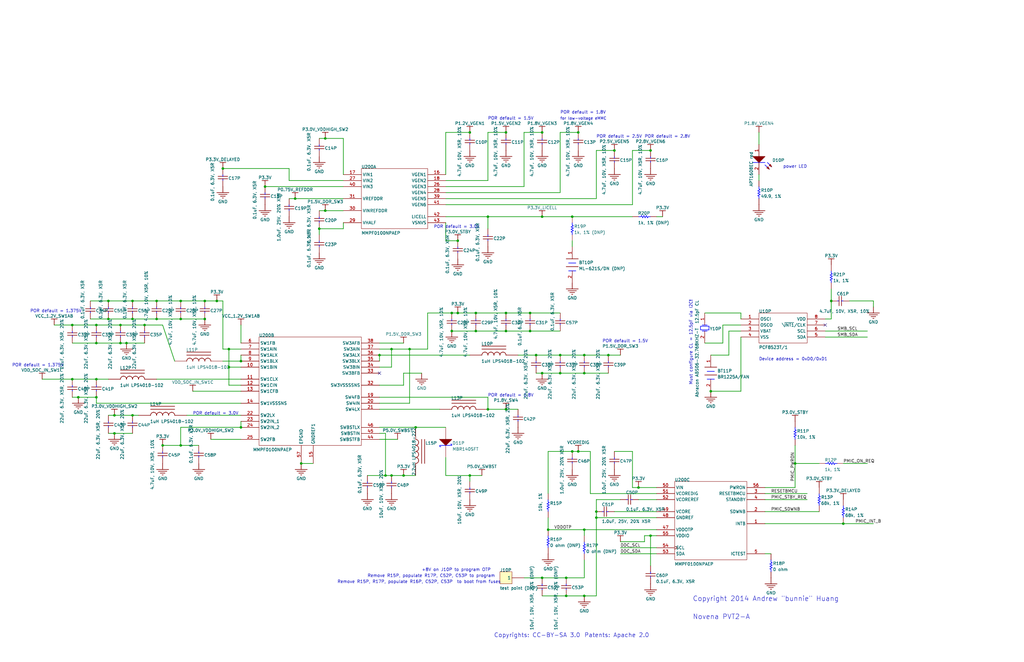
<source format=kicad_sch>
(kicad_sch (version 20230121) (generator eeschema)
  (paper "B")
  (junction (at 274.32 63.5))
  (junction (at 60.96 137.16))
  (junction (at 175.26 180.34))
  (junction (at 172.72 147.32))
  (junction (at 165.1 200.66))
  (junction (at 299.72 165.1))
  (junction (at 50.8 137.16))
  (junction (at 231.14 223.52))
  (junction (at 76.2 187.96))
  (junction (at 53.34 144.78))
  (junction (at 205.74 91.44))
  (junction (at 137.16 88.9))
  (junction (at 76.2 127))
  (junction (at 198.12 55.88))
  (junction (at 213.36 55.88))
  (junction (at 101.6 152.4))
  (junction (at 246.38 223.52))
  (junction (at 226.06 149.86))
  (junction (at 228.6 91.44))
  (junction (at 241.3 91.44))
  (junction (at 236.22 149.86))
  (junction (at 55.88 134.62))
  (junction (at 246.38 157.48))
  (junction (at 40.64 144.78))
  (junction (at 200.66 139.7))
  (junction (at 243.84 55.88))
  (junction (at 45.72 134.62))
  (junction (at 40.64 137.16))
  (junction (at 162.56 200.66))
  (junction (at 170.18 200.66))
  (junction (at 251.46 218.44))
  (junction (at 269.24 205.74))
  (junction (at 198.12 200.66))
  (junction (at 223.52 132.08))
  (junction (at 236.22 157.48))
  (junction (at 241.3 190.5))
  (junction (at 193.04 101.6))
  (junction (at 76.2 134.62))
  (junction (at 223.52 139.7))
  (junction (at 124.46 83.82))
  (junction (at 355.6 220.98))
  (junction (at 251.46 215.9))
  (junction (at 193.04 132.08))
  (junction (at 213.36 132.08))
  (junction (at 66.04 127))
  (junction (at 238.76 251.46))
  (junction (at 101.6 180.34))
  (junction (at 48.26 175.26))
  (junction (at 111.76 78.74))
  (junction (at 50.8 144.78))
  (junction (at 40.64 160.02))
  (junction (at 228.6 243.84))
  (junction (at 335.28 195.58))
  (junction (at 228.6 157.48))
  (junction (at 213.36 139.7))
  (junction (at 91.44 127))
  (junction (at 246.38 149.86))
  (junction (at 165.1 147.32))
  (junction (at 134.62 96.52))
  (junction (at 246.38 251.46))
  (junction (at 243.84 190.5))
  (junction (at 259.08 63.5))
  (junction (at 228.6 55.88))
  (junction (at 190.5 132.08))
  (junction (at 256.54 149.86))
  (junction (at 213.36 172.72))
  (junction (at 30.48 137.16))
  (junction (at 274.32 226.06))
  (junction (at 96.52 154.94))
  (junction (at 55.88 127))
  (junction (at 137.16 58.42))
  (junction (at 160.02 149.86))
  (junction (at 48.26 182.88))
  (junction (at 33.02 167.64))
  (junction (at 205.74 172.72))
  (junction (at 40.64 167.64))
  (junction (at 238.76 243.84))
  (junction (at 96.52 147.32))
  (junction (at 350.52 127))
  (junction (at 86.36 134.62))
  (junction (at 68.58 187.96))
  (junction (at 30.48 160.02))
  (junction (at 66.04 134.62))
  (junction (at 200.66 132.08))
  (junction (at 93.98 71.12))
  (junction (at 190.5 139.7))
  (junction (at 86.36 127))
  (junction (at 55.88 175.26))
  (junction (at 127 195.58))
  (junction (at 45.72 127))
  (no_connect (at 347.98 137.16))
  (no_connect (at 160.02 157.48))
  (wire (pts (xy 241.3 101.6) (xy 241.3 104.14)) (stroke (width 0.254)))
  (wire (pts (xy 101.6 154.94) (xy 96.52 154.94)) (stroke (width 0.254)))
  (wire (pts (xy 40.64 137.16) (xy 50.8 137.16)) (stroke (width 0.254)))
  (wire (pts (xy 165.1 147.32) (xy 172.72 147.32)) (stroke (width 0.254)))
  (wire (pts (xy 165.1 154.94) (xy 165.1 147.32)) (stroke (width 0.254)))
  (wire (pts (xy 38.1 127) (xy 45.72 127)) (stroke (width 0.254)))
  (wire (pts (xy 307.34 149.86) (xy 299.72 149.86)) (stroke (width 0.254)))
  (wire (pts (xy 101.6 152.4) (xy 93.98 152.4)) (stroke (width 0.254)))
  (wire (pts (xy 170.18 162.56) (xy 170.18 157.48)) (stroke (width 0.254)))
  (wire (pts (xy 38.1 134.62) (xy 45.72 134.62)) (stroke (width 0.254)))
  (wire (pts (xy 127 195.58) (xy 132.08 195.58)) (stroke (width 0.254)))
  (wire (pts (xy 55.88 182.88) (xy 48.26 182.88)) (stroke (width 0.254)))
  (wire (pts (xy 66.04 160.02) (xy 101.6 160.02)) (stroke (width 0.254)))
  (wire (pts (xy 76.2 187.96) (xy 68.58 187.96)) (stroke (width 0.254)))
  (wire (pts (xy 347.98 134.62) (xy 350.52 134.62)) (stroke (width 0.254)))
  (wire (pts (xy 101.6 180.34) (xy 76.2 180.34)) (stroke (width 0.254)))
  (wire (pts (xy 144.78 76.2) (xy 121.92 76.2)) (stroke (width 0.254)))
  (wire (pts (xy 187.96 101.6) (xy 193.04 101.6)) (stroke (width 0.254)))
  (wire (pts (xy 93.98 127) (xy 93.98 147.32)) (stroke (width 0.254)))
  (wire (pts (xy 101.6 165.1) (xy 81.28 165.1)) (stroke (width 0.254)))
  (wire (pts (xy 304.8 144.78) (xy 297.18 144.78)) (stroke (width 0.254)))
  (wire (pts (xy 248.92 208.28) (xy 276.86 208.28)) (stroke (width 0.254)))
  (wire (pts (xy 40.64 144.78) (xy 50.8 144.78)) (stroke (width 0.254)))
  (wire (pts (xy 246.38 226.06) (xy 246.38 223.52)) (stroke (width 0.254)))
  (wire (pts (xy 320.04 76.2) (xy 320.04 73.66)) (stroke (width 0.254)))
  (wire (pts (xy 162.56 200.66) (xy 162.56 182.88)) (stroke (width 0.254)))
  (wire (pts (xy 355.6 220.98) (xy 368.3 220.98)) (stroke (width 0.254)))
  (wire (pts (xy 228.6 243.84) (xy 220.98 243.84)) (stroke (width 0.254)))
  (wire (pts (xy 241.3 91.44) (xy 266.7 91.44)) (stroke (width 0.254)))
  (wire (pts (xy 322.58 208.28) (xy 340.36 208.28)) (stroke (width 0.254)))
  (wire (pts (xy 205.74 167.64) (xy 205.74 172.72)) (stroke (width 0.254)))
  (wire (pts (xy 162.56 182.88) (xy 160.02 182.88)) (stroke (width 0.254)))
  (wire (pts (xy 55.88 134.62) (xy 66.04 134.62)) (stroke (width 0.254)))
  (wire (pts (xy 297.18 132.08) (xy 312.42 132.08)) (stroke (width 0.254)))
  (wire (pts (xy 205.74 55.88) (xy 213.36 55.88)) (stroke (width 0.254)))
  (wire (pts (xy 259.08 190.5) (xy 266.7 190.5)) (stroke (width 0.254)))
  (wire (pts (xy 193.04 132.08) (xy 200.66 132.08)) (stroke (width 0.254)))
  (wire (pts (xy 124.46 83.82) (xy 121.92 83.82)) (stroke (width 0.254)))
  (wire (pts (xy 17.78 160.02) (xy 30.48 160.02)) (stroke (width 0.254)))
  (wire (pts (xy 96.52 147.32) (xy 101.6 147.32)) (stroke (width 0.254)))
  (wire (pts (xy 60.96 137.16) (xy 68.58 137.16)) (stroke (width 0.254)))
  (wire (pts (xy 167.64 185.42) (xy 160.02 185.42)) (stroke (width 0.254)))
  (wire (pts (xy 335.28 195.58) (xy 345.44 195.58)) (stroke (width 0.254)))
  (wire (pts (xy 180.34 132.08) (xy 190.5 132.08)) (stroke (width 0.254)))
  (wire (pts (xy 187.96 55.88) (xy 198.12 55.88)) (stroke (width 0.254)))
  (wire (pts (xy 246.38 251.46) (xy 238.76 251.46)) (stroke (width 0.254)))
  (wire (pts (xy 175.26 200.66) (xy 170.18 200.66)) (stroke (width 0.254)))
  (wire (pts (xy 40.64 160.02) (xy 45.72 160.02)) (stroke (width 0.254)))
  (wire (pts (xy 220.98 78.74) (xy 220.98 55.88)) (stroke (width 0.254)))
  (wire (pts (xy 347.98 142.24) (xy 365.76 142.24)) (stroke (width 0.254)))
  (wire (pts (xy 271.78 228.6) (xy 261.62 228.6)) (stroke (width 0.254)))
  (wire (pts (xy 134.62 96.52) (xy 144.78 96.52)) (stroke (width 0.254)))
  (wire (pts (xy 170.18 200.66) (xy 165.1 200.66)) (stroke (width 0.254)))
  (wire (pts (xy 180.34 147.32) (xy 180.34 132.08)) (stroke (width 0.254)))
  (wire (pts (xy 228.6 157.48) (xy 226.06 157.48)) (stroke (width 0.254)))
  (wire (pts (xy 276.86 218.44) (xy 251.46 218.44)) (stroke (width 0.254)))
  (wire (pts (xy 276.86 215.9) (xy 259.08 215.9)) (stroke (width 0.254)))
  (wire (pts (xy 121.92 71.12) (xy 93.98 71.12)) (stroke (width 0.254)))
  (wire (pts (xy 276.86 223.52) (xy 246.38 223.52)) (stroke (width 0.254)))
  (wire (pts (xy 335.28 195.58) (xy 335.28 187.96)) (stroke (width 0.254)))
  (wire (pts (xy 50.8 137.16) (xy 60.96 137.16)) (stroke (width 0.254)))
  (wire (pts (xy 160.02 154.94) (xy 165.1 154.94)) (stroke (width 0.254)))
  (wire (pts (xy 96.52 162.56) (xy 101.6 162.56)) (stroke (width 0.254)))
  (wire (pts (xy 198.12 200.66) (xy 203.2 200.66)) (stroke (width 0.254)))
  (wire (pts (xy 231.14 223.52) (xy 231.14 218.44)) (stroke (width 0.254)))
  (wire (pts (xy 261.62 149.86) (xy 256.54 149.86)) (stroke (width 0.254)))
  (wire (pts (xy 40.64 170.18) (xy 40.64 167.64)) (stroke (width 0.254)))
  (wire (pts (xy 160.02 149.86) (xy 198.12 149.86)) (stroke (width 0.254)))
  (wire (pts (xy 213.36 139.7) (xy 200.66 139.7)) (stroke (width 0.254)))
  (wire (pts (xy 223.52 139.7) (xy 213.36 139.7)) (stroke (width 0.254)))
  (wire (pts (xy 246.38 243.84) (xy 238.76 243.84)) (stroke (width 0.254)))
  (wire (pts (xy 172.72 147.32) (xy 172.72 170.18)) (stroke (width 0.254)))
  (wire (pts (xy 187.96 200.66) (xy 198.12 200.66)) (stroke (width 0.254)))
  (wire (pts (xy 187.96 76.2) (xy 205.74 76.2)) (stroke (width 0.254)))
  (wire (pts (xy 91.44 127) (xy 93.98 127)) (stroke (width 0.254)))
  (wire (pts (xy 355.6 195.58) (xy 365.76 195.58)) (stroke (width 0.254)))
  (wire (pts (xy 236.22 157.48) (xy 228.6 157.48)) (stroke (width 0.254)))
  (wire (pts (xy 48.26 175.26) (xy 45.72 175.26)) (stroke (width 0.254)))
  (wire (pts (xy 350.52 127) (xy 350.52 121.92)) (stroke (width 0.254)))
  (wire (pts (xy 88.9 185.42) (xy 101.6 185.42)) (stroke (width 0.254)))
  (wire (pts (xy 48.26 182.88) (xy 45.72 182.88)) (stroke (width 0.254)))
  (wire (pts (xy 137.16 88.9) (xy 144.78 88.9)) (stroke (width 0.254)))
  (wire (pts (xy 274.32 226.06) (xy 271.78 226.06)) (stroke (width 0.254)))
  (wire (pts (xy 320.04 60.96) (xy 320.04 55.88)) (stroke (width 0.254)))
  (wire (pts (xy 187.96 78.74) (xy 220.98 78.74)) (stroke (width 0.254)))
  (wire (pts (xy 205.74 91.44) (xy 205.74 96.52)) (stroke (width 0.254)))
  (wire (pts (xy 312.42 165.1) (xy 312.42 142.24)) (stroke (width 0.254)))
  (wire (pts (xy 53.34 144.78) (xy 60.96 144.78)) (stroke (width 0.254)))
  (wire (pts (xy 187.96 93.98) (xy 187.96 101.6)) (stroke (width 0.254)))
  (wire (pts (xy 322.58 205.74) (xy 335.28 205.74)) (stroke (width 0.254)))
  (wire (pts (xy 251.46 218.44) (xy 251.46 251.46)) (stroke (width 0.254)))
  (wire (pts (xy 251.46 251.46) (xy 246.38 251.46)) (stroke (width 0.254)))
  (wire (pts (xy 322.58 210.82) (xy 340.36 210.82)) (stroke (width 0.254)))
  (wire (pts (xy 93.98 147.32) (xy 96.52 147.32)) (stroke (width 0.254)))
  (wire (pts (xy 55.88 175.26) (xy 48.26 175.26)) (stroke (width 0.254)))
  (wire (pts (xy 187.96 81.28) (xy 236.22 81.28)) (stroke (width 0.254)))
  (wire (pts (xy 162.56 200.66) (xy 154.94 200.66)) (stroke (width 0.254)))
  (wire (pts (xy 350.52 134.62) (xy 350.52 127)) (stroke (width 0.254)))
  (wire (pts (xy 322.58 215.9) (xy 345.44 215.9)) (stroke (width 0.254)))
  (wire (pts (xy 246.38 236.22) (xy 246.38 243.84)) (stroke (width 0.254)))
  (wire (pts (xy 256.54 157.48) (xy 246.38 157.48)) (stroke (width 0.254)))
  (wire (pts (xy 266.7 63.5) (xy 274.32 63.5)) (stroke (width 0.254)))
  (wire (pts (xy 226.06 149.86) (xy 218.44 149.86)) (stroke (width 0.254)))
  (wire (pts (xy 312.42 132.08) (xy 312.42 134.62)) (stroke (width 0.254)))
  (wire (pts (xy 86.36 127) (xy 91.44 127)) (stroke (width 0.254)))
  (wire (pts (xy 276.86 210.82) (xy 269.24 210.82)) (stroke (width 0.254)))
  (wire (pts (xy 231.14 190.5) (xy 241.3 190.5)) (stroke (width 0.254)))
  (wire (pts (xy 101.6 170.18) (xy 40.64 170.18)) (stroke (width 0.254)))
  (wire (pts (xy 50.8 144.78) (xy 53.34 144.78)) (stroke (width 0.254)))
  (wire (pts (xy 33.02 167.64) (xy 30.48 167.64)) (stroke (width 0.254)))
  (wire (pts (xy 55.88 127) (xy 66.04 127)) (stroke (width 0.254)))
  (wire (pts (xy 205.74 76.2) (xy 205.74 55.88)) (stroke (width 0.254)))
  (wire (pts (xy 241.3 190.5) (xy 243.84 190.5)) (stroke (width 0.254)))
  (wire (pts (xy 248.92 190.5) (xy 248.92 208.28)) (stroke (width 0.254)))
  (wire (pts (xy 185.42 172.72) (xy 160.02 172.72)) (stroke (width 0.254)))
  (wire (pts (xy 187.96 73.66) (xy 187.96 55.88)) (stroke (width 0.254)))
  (wire (pts (xy 246.38 157.48) (xy 236.22 157.48)) (stroke (width 0.254)))
  (wire (pts (xy 144.78 83.82) (xy 124.46 83.82)) (stroke (width 0.254)))
  (wire (pts (xy 101.6 137.16) (xy 101.6 144.78)) (stroke (width 0.254)))
  (wire (pts (xy 30.48 137.16) (xy 40.64 137.16)) (stroke (width 0.254)))
  (wire (pts (xy 276.86 233.68) (xy 261.62 233.68)) (stroke (width 0.254)))
  (wire (pts (xy 172.72 170.18) (xy 160.02 170.18)) (stroke (width 0.254)))
  (wire (pts (xy 58.42 175.26) (xy 55.88 175.26)) (stroke (width 0.254)))
  (wire (pts (xy 190.5 132.08) (xy 193.04 132.08)) (stroke (width 0.254)))
  (wire (pts (xy 236.22 55.88) (xy 243.84 55.88)) (stroke (width 0.254)))
  (wire (pts (xy 160.02 180.34) (xy 175.26 180.34)) (stroke (width 0.254)))
  (wire (pts (xy 243.84 190.5) (xy 248.92 190.5)) (stroke (width 0.254)))
  (wire (pts (xy 231.14 208.28) (xy 231.14 190.5)) (stroke (width 0.254)))
  (wire (pts (xy 30.48 160.02) (xy 40.64 160.02)) (stroke (width 0.254)))
  (wire (pts (xy 205.74 91.44) (xy 228.6 91.44)) (stroke (width 0.254)))
  (wire (pts (xy 251.46 210.82) (xy 251.46 215.9)) (stroke (width 0.254)))
  (wire (pts (xy 274.32 238.76) (xy 274.32 226.06)) (stroke (width 0.254)))
  (wire (pts (xy 101.6 149.86) (xy 101.6 152.4)) (stroke (width 0.254)))
  (wire (pts (xy 325.12 233.68) (xy 322.58 233.68)) (stroke (width 0.254)))
  (wire (pts (xy 246.38 149.86) (xy 236.22 149.86)) (stroke (width 0.254)))
  (wire (pts (xy 45.72 134.62) (xy 55.88 134.62)) (stroke (width 0.254)))
  (wire (pts (xy 160.02 167.64) (xy 205.74 167.64)) (stroke (width 0.254)))
  (wire (pts (xy 279.4 91.44) (xy 276.86 91.44)) (stroke (width 0.254)))
  (wire (pts (xy 213.36 172.72) (xy 218.44 172.72)) (stroke (width 0.254)))
  (wire (pts (xy 144.78 78.74) (xy 111.76 78.74)) (stroke (width 0.254)))
  (wire (pts (xy 276.86 226.06) (xy 274.32 226.06)) (stroke (width 0.254)))
  (wire (pts (xy 66.04 134.62) (xy 76.2 134.62)) (stroke (width 0.254)))
  (wire (pts (xy 96.52 154.94) (xy 96.52 162.56)) (stroke (width 0.254)))
  (wire (pts (xy 266.7 86.36) (xy 266.7 63.5)) (stroke (width 0.254)))
  (wire (pts (xy 40.64 167.64) (xy 33.02 167.64)) (stroke (width 0.254)))
  (wire (pts (xy 347.98 139.7) (xy 365.76 139.7)) (stroke (width 0.254)))
  (wire (pts (xy 304.8 137.16) (xy 304.8 144.78)) (stroke (width 0.254)))
  (wire (pts (xy 200.66 132.08) (xy 213.36 132.08)) (stroke (width 0.254)))
  (wire (pts (xy 175.26 180.34) (xy 187.96 180.34)) (stroke (width 0.254)))
  (wire (pts (xy 187.96 91.44) (xy 205.74 91.44)) (stroke (width 0.254)))
  (wire (pts (xy 172.72 147.32) (xy 180.34 147.32)) (stroke (width 0.254)))
  (wire (pts (xy 134.62 88.9) (xy 137.16 88.9)) (stroke (width 0.254)))
  (wire (pts (xy 312.42 137.16) (xy 304.8 137.16)) (stroke (width 0.254)))
  (wire (pts (xy 269.24 205.74) (xy 276.86 205.74)) (stroke (width 0.254)))
  (wire (pts (xy 144.78 96.52) (xy 144.78 93.98)) (stroke (width 0.254)))
  (wire (pts (xy 96.52 154.94) (xy 96.52 147.32)) (stroke (width 0.254)))
  (wire (pts (xy 236.22 149.86) (xy 226.06 149.86)) (stroke (width 0.254)))
  (wire (pts (xy 200.66 139.7) (xy 190.5 139.7)) (stroke (width 0.254)))
  (wire (pts (xy 165.1 200.66) (xy 162.56 200.66)) (stroke (width 0.254)))
  (wire (pts (xy 251.46 83.82) (xy 251.46 63.5)) (stroke (width 0.254)))
  (wire (pts (xy 205.74 172.72) (xy 213.36 172.72)) (stroke (width 0.254)))
  (wire (pts (xy 187.96 86.36) (xy 266.7 86.36)) (stroke (width 0.254)))
  (wire (pts (xy 134.62 99.06) (xy 134.62 96.52)) (stroke (width 0.254)))
  (wire (pts (xy 76.2 134.62) (xy 86.36 134.62)) (stroke (width 0.254)))
  (wire (pts (xy 322.58 220.98) (xy 355.6 220.98)) (stroke (width 0.254)))
  (wire (pts (xy 22.86 137.16) (xy 30.48 137.16)) (stroke (width 0.254)))
  (wire (pts (xy 76.2 187.96) (xy 83.82 187.96)) (stroke (width 0.254)))
  (wire (pts (xy 187.96 193.04) (xy 187.96 200.66)) (stroke (width 0.254)))
  (wire (pts (xy 223.52 132.08) (xy 236.22 132.08)) (stroke (width 0.254)))
  (wire (pts (xy 30.48 144.78) (xy 40.64 144.78)) (stroke (width 0.254)))
  (wire (pts (xy 246.38 223.52) (xy 231.14 223.52)) (stroke (width 0.254)))
  (wire (pts (xy 76.2 180.34) (xy 76.2 187.96)) (stroke (width 0.254)))
  (wire (pts (xy 101.6 177.8) (xy 101.6 180.34)) (stroke (width 0.254)))
  (wire (pts (xy 144.78 58.42) (xy 137.16 58.42)) (stroke (width 0.254)))
  (wire (pts (xy 241.3 91.44) (xy 228.6 91.44)) (stroke (width 0.254)))
  (wire (pts (xy 137.16 58.42) (xy 134.62 58.42)) (stroke (width 0.254)))
  (wire (pts (xy 238.76 251.46) (xy 228.6 251.46)) (stroke (width 0.254)))
  (wire (pts (xy 256.54 149.86) (xy 246.38 149.86)) (stroke (width 0.254)))
  (wire (pts (xy 220.98 55.88) (xy 228.6 55.88)) (stroke (width 0.254)))
  (wire (pts (xy 213.36 132.08) (xy 223.52 132.08)) (stroke (width 0.254)))
  (wire (pts (xy 238.76 243.84) (xy 228.6 243.84)) (stroke (width 0.254)))
  (wire (pts (xy 187.96 83.82) (xy 251.46 83.82)) (stroke (width 0.254)))
  (wire (pts (xy 266.7 190.5) (xy 266.7 205.74)) (stroke (width 0.254)))
  (wire (pts (xy 358.14 127) (xy 368.3 127)) (stroke (width 0.254)))
  (wire (pts (xy 251.46 63.5) (xy 259.08 63.5)) (stroke (width 0.254)))
  (wire (pts (xy 170.18 157.48) (xy 177.8 157.48)) (stroke (width 0.254)))
  (wire (pts (xy 76.2 127) (xy 86.36 127)) (stroke (width 0.254)))
  (wire (pts (xy 68.58 137.16) (xy 73.66 152.4)) (stroke (width 0.254)))
  (wire (pts (xy 198.12 203.2) (xy 198.12 200.66)) (stroke (width 0.254)))
  (wire (pts (xy 45.72 127) (xy 55.88 127)) (stroke (width 0.254)))
  (wire (pts (xy 307.34 139.7) (xy 307.34 149.86)) (stroke (width 0.254)))
  (wire (pts (xy 236.22 81.28) (xy 236.22 55.88)) (stroke (width 0.254)))
  (wire (pts (xy 170.18 144.78) (xy 160.02 144.78)) (stroke (width 0.254)))
  (wire (pts (xy 66.04 127) (xy 76.2 127)) (stroke (width 0.254)))
  (wire (pts (xy 160.02 162.56) (xy 170.18 162.56)) (stroke (width 0.254)))
  (wire (pts (xy 266.7 205.74) (xy 269.24 205.74)) (stroke (width 0.254)))
  (wire (pts (xy 144.78 73.66) (xy 144.78 58.42)) (stroke (width 0.254)))
  (wire (pts (xy 368.3 127) (xy 368.3 129.54)) (stroke (width 0.254)))
  (wire (pts (xy 335.28 205.74) (xy 335.28 195.58)) (stroke (width 0.254)))
  (wire (pts (xy 236.22 139.7) (xy 223.52 139.7)) (stroke (width 0.254)))
  (wire (pts (xy 276.86 231.14) (xy 261.62 231.14)) (stroke (width 0.254)))
  (wire (pts (xy 261.62 210.82) (xy 251.46 210.82)) (stroke (width 0.254)))
  (wire (pts (xy 160.02 147.32) (xy 165.1 147.32)) (stroke (width 0.254)))
  (wire (pts (xy 299.72 165.1) (xy 312.42 165.1)) (stroke (width 0.254)))
  (wire (pts (xy 251.46 215.9) (xy 251.46 218.44)) (stroke (width 0.254)))
  (wire (pts (xy 271.78 226.06) (xy 271.78 228.6)) (stroke (width 0.254)))
  (wire (pts (xy 160.02 152.4) (xy 160.02 149.86)) (stroke (width 0.254)))
  (wire (pts (xy 312.42 139.7) (xy 307.34 139.7)) (stroke (width 0.254)))
  (wire (pts (xy 101.6 175.26) (xy 78.74 175.26)) (stroke (width 0.254)))
  (wire (pts (xy 121.92 76.2) (xy 121.92 71.12)) (stroke (width 0.254)))
  (text "Remove R15P, populate R17P, C52P, C53P to program" (at 154.94 243.84 0) (effects (font (size 1.27 1.27)) (justify left bottom)))
  (text "Copyright 2014 Andrew \"bunnie\" Huang" (at 292.1 254 0) (effects (font (size 2.032 2.032)) (justify left bottom)))
  (text "Device address = 0xD0/0xD1" (at 320.04 152.4 0) (effects (font (size 1.27 1.27)) (justify left bottom)))
  (text "Copyrights: CC-BY-SA 3.0" (at 208.28 269.24 0) (effects (font (size 1.778 1.778)) (justify left bottom)))
  (text "power LED" (at 330.2 71.12 0) (effects (font (size 1.27 1.27)) (justify left bottom)))
  (text "Must configure CL = 12.5pF via I2C!" (at 292.1 162.56 90) (effects (font (size 1.27 1.27)) (justify left bottom)))
  (text "POR default = 1.375V" (at 5.08 154.94 0) (effects (font (size 1.27 1.27)) (justify left bottom)))
  (text "POR default = 1.5V" (at 205.74 50.8 0) (effects (font (size 1.27 1.27)) (justify left bottom)))
  (text "POR default = 2.8V" (at 271.78 58.42 0) (effects (font (size 1.27 1.27)) (justify left bottom)))
  (text "POR default = 3.0V" (at 81.28 175.26 0) (effects (font (size 1.27 1.27)) (justify left bottom)))
  (text "POR default = 1.8V" (at 205.74 167.64 0) (effects (font (size 1.27 1.27)) (justify left bottom)))
  (text "POR default = 3.0V" (at 182.88 96.52 0) (effects (font (size 1.27 1.27)) (justify left bottom)))
  (text "POR default = 1.5V" (at 254 144.78 0) (effects (font (size 1.27 1.27)) (justify left bottom)))
  (text "POR default = 2.5V" (at 251.46 58.42 0) (effects (font (size 1.27 1.27)) (justify left bottom)))
  (text "Patents: Apache 2.0" (at 246.38 269.24 0) (effects (font (size 1.778 1.778)) (justify left bottom)))
  (text "+8V on J10P to program OTP" (at 177.8 241.3 0) (effects (font (size 1.27 1.27)) (justify left bottom)))
  (text "for low-voltage eMMC" (at 236.22 50.8 0) (effects (font (size 1.143 1.143)) (justify left bottom)))
  (text "POR default = 1.375V" (at 12.7 132.08 0) (effects (font (size 1.27 1.27)) (justify left bottom)))
  (text "Remove R15P, R17P, populate R16P, C52P, C53P  to boot from fuses" (at 142.24 246.38 0) (effects (font (size 1.27 1.27)) (justify left bottom)))
  (text "POR default = 1.8V" (at 236.22 48.26 0) (effects (font (size 1.27 1.27)) (justify left bottom)))
  (text "Novena PVT2-A" (at 292.1 261.62 0) (effects (font (size 2.032 2.032)) (justify left bottom)))
  (label "PMIC_PWRON" (at 335.28 203.2 90))
  (label "PMIC_STBY_REQ" (at 325.12 210.82 0))
  (label "DDC_SCL" (at 261.62 231.14 0))
  (label "RESETBMCU" (at 325.12 208.28 0))
  (label "SMB_SCL" (at 353.06 139.7 0))
  (label "PMIC_INT_B" (at 360.68 220.98 0))
  (label "VDDOTP" (at 233.68 223.52 0))
  (label "SMB_SDA" (at 353.06 142.24 0))
  (label "PMIC_ON_REQ" (at 355.6 195.58 0))
  (label "DDC_SDA" (at 261.62 233.68 0))
  (label "PMIC_SDWNB" (at 325.12 215.9 0))
  (symbol (lib_id "novena_pvt2_KiCAD-altium-import:04pwr_pmic_0_Res1") (at 347.98 193.04 0) (unit 1)
    (property "Reference" "R12P" (at 347.726 194.818 0) (effects (justify left bottom)))
    (property "Value" "1k, 1%" (at 347.726 198.882 0) (effects (justify left bottom)))
    (property "Footprint" "RESC1005N" (effects hide))
    (property "PUBLISHED" "8-Jun-2000" (effects hide))
    (property "LATESTREVISIONDATE" "17-Jul-2002" (effects hide))
    (property "LATESTREVISIONNOTE" "Re-released for DXP Platform." (effects hide))
    (property "PACKAGEREFERENCE" "AXIAL-0.3" (effects hide))
    (property "PUBLISHER" "Altium Limited" (effects hide))
    (property "ALTIUM_VALUE" "100k" (effects hide))
  )
  (symbol (lib_id "novena_pvt2_KiCAD-altium-import:04pwr_pmic_3_Cap Semi") (at 215.9 58.42 0) (unit 1)
    (property "Reference" "C11P" (at 215.646 60.706 0) (effects (justify left bottom)))
    (property "Value" "4.7uF, 10V, X5R, 10%" (at 208.28 53.34 90) (effects (justify right top)))
    (property "Footprint" "CAPC1608N_HD" (effects hide))
    (property "PUBLISHED" "8-Jun-2000" (effects hide))
    (property "LATESTREVISIONDATE" "17-Jul-2002" (effects hide))
    (property "LATESTREVISIONNOTE" "Re-released for DXP Platform." (effects hide))
    (property "PACKAGEREFERENCE" "C1206" (effects hide))
    (property "PUBLISHER" "Altium Limited" (effects hide))
  )
  (symbol (lib_id "novena_pvt2_KiCAD-altium-import:04pwr_pmic_3_Battery") (at 243.84 109.22 0) (unit 1)
    (property "Reference" "BT10P" (at 244.094 111.506 0) (effects (justify left bottom)))
    (property "Value" "ML-621S/DN (DNP)" (at 244.094 114.046 0) (effects (justify left bottom)))
    (property "Footprint" "PAN_ML-621S-DN" (effects hide))
    (property "PUBLISHED" "24-Mar-1999" (effects hide))
    (property "LATESTREVISIONDATE" "17-Jul-2002" (effects hide))
    (property "LATESTREVISIONNOTE" "Re-released for DXP Platform." (effects hide))
    (property "PACKAGEREFERENCE" "BAT-2" (effects hide))
    (property "PUBLISHER" "Altium Limited" (effects hide))
    (property "PACKAGEDESCRIPTION" "Battery; 2 Leads" (effects hide))
  )
  (symbol (lib_id "novena_pvt2_KiCAD-altium-import:04pwr_pmic_3_Cap Semi") (at 193.04 134.62 0) (unit 1)
    (property "Reference" "C28P" (at 192.786 136.906 0) (effects (justify left bottom)))
    (property "Value" "4.7uF, 10V, X5R, 10%" (at 185.42 129.54 90) (effects (justify right top)))
    (property "Footprint" "CAPC1608N_HD" (effects hide))
    (property "PUBLISHED" "8-Jun-2000" (effects hide))
    (property "LATESTREVISIONDATE" "17-Jul-2002" (effects hide))
    (property "LATESTREVISIONNOTE" "Re-released for DXP Platform." (effects hide))
    (property "PACKAGEREFERENCE" "C1206" (effects hide))
    (property "PUBLISHER" "Altium Limited" (effects hide))
  )
  (symbol (lib_id "novena_pvt2_KiCAD-altium-import:P1.8V_VGEN4") (at 320.04 55.88 180) (unit 1)
    (property "Reference" "#PWR?" (effects hide))
    (property "Value" "P1.8V_VGEN4" (at 320.04 52.07 0))
  )
  (symbol (lib_id "novena_pvt2_KiCAD-altium-import:VCC_1.2V_SW1AB") (at 101.6 137.16 180) (unit 1)
    (property "Reference" "#PWR?" (effects hide))
    (property "Value" "VCC_1.2V_SW1AB" (at 101.6 133.35 0))
  )
  (symbol (lib_id "novena_pvt2_KiCAD-altium-import:04pwr_pmic_3_Cap Semi") (at 238.76 134.62 0) (unit 1)
    (property "Reference" "C57P" (at 238.506 136.906 0) (effects (justify left bottom)))
    (property "Value" "0.1uF, 6.3V, X5R" (at 233.68 139.7 90) (effects (justify left bottom)))
    (property "Footprint" "CAPC0603N_B" (effects hide))
    (property "PUBLISHED" "8-Jun-2000" (effects hide))
    (property "LATESTREVISIONDATE" "17-Jul-2002" (effects hide))
    (property "LATESTREVISIONNOTE" "Re-released for DXP Platform." (effects hide))
    (property "PACKAGEREFERENCE" "C1206" (effects hide))
    (property "PUBLISHER" "Altium Limited" (effects hide))
  )
  (symbol (lib_id "novena_pvt2_KiCAD-altium-import:GND") (at 299.72 165.1 0) (unit 1)
    (property "Reference" "#PWR?" (effects hide))
    (property "Value" "GND" (at 299.72 171.45 0))
  )
  (symbol (lib_id "novena_pvt2_KiCAD-altium-import:04pwr_pmic_3_Cap Semi") (at 53.34 139.7 0) (unit 1)
    (property "Reference" "C34P" (at 53.086 141.986 0) (effects (justify left bottom)))
    (property "Value" "22uF, 6.3V, X5R, 20%" (at 45.72 134.62 90) (effects (justify right top)))
    (property "Footprint" "CAPC1608N_HD" (effects hide))
    (property "PUBLISHED" "8-Jun-2000" (effects hide))
    (property "LATESTREVISIONDATE" "17-Jul-2002" (effects hide))
    (property "LATESTREVISIONNOTE" "Re-released for DXP Platform." (effects hide))
    (property "PACKAGEREFERENCE" "C1206" (effects hide))
    (property "PUBLISHER" "Altium Limited" (effects hide))
  )
  (symbol (lib_id "novena_pvt2_KiCAD-altium-import:04pwr_pmic_3_Cap Semi") (at 203.2 134.62 0) (unit 1)
    (property "Reference" "C29P" (at 202.946 136.906 0) (effects (justify left bottom)))
    (property "Value" "4.7uF, 10V, X5R, 10%" (at 195.58 129.54 90) (effects (justify right top)))
    (property "Footprint" "CAPC1608N_HD" (effects hide))
    (property "PUBLISHED" "8-Jun-2000" (effects hide))
    (property "LATESTREVISIONDATE" "17-Jul-2002" (effects hide))
    (property "LATESTREVISIONNOTE" "Re-released for DXP Platform." (effects hide))
    (property "PACKAGEREFERENCE" "C1206" (effects hide))
    (property "PUBLISHER" "Altium Limited" (effects hide))
  )
  (symbol (lib_id "novena_pvt2_KiCAD-altium-import:04pwr_pmic_3_Cap Semi") (at 261.62 66.04 0) (unit 1)
    (property "Reference" "C15P" (at 261.366 68.326 0) (effects (justify left bottom)))
    (property "Value" "4.7uF, 10V, X5R, 10%" (at 254 60.96 90) (effects (justify right top)))
    (property "Footprint" "CAPC1608N_HD" (effects hide))
    (property "PUBLISHED" "8-Jun-2000" (effects hide))
    (property "LATESTREVISIONDATE" "17-Jul-2002" (effects hide))
    (property "LATESTREVISIONNOTE" "Re-released for DXP Platform." (effects hide))
    (property "PACKAGEREFERENCE" "C1206" (effects hide))
    (property "PUBLISHER" "Altium Limited" (effects hide))
  )
  (symbol (lib_id "novena_pvt2_KiCAD-altium-import:P5.0V_SWBST") (at 167.64 185.42 180) (unit 1)
    (property "Reference" "#PWR?" (effects hide))
    (property "Value" "P5.0V_SWBST" (at 167.64 181.61 0))
  )
  (symbol (lib_id "novena_pvt2_KiCAD-altium-import:GND") (at 86.36 134.62 0) (unit 1)
    (property "Reference" "#PWR?" (effects hide))
    (property "Value" "GND" (at 86.36 140.97 0))
  )
  (symbol (lib_id "novena_pvt2_KiCAD-altium-import:P3.0V_STBY") (at 193.04 101.6 180) (unit 1)
    (property "Reference" "#PWR?" (effects hide))
    (property "Value" "P3.0V_STBY" (at 193.04 97.79 0))
  )
  (symbol (lib_id "novena_pvt2_KiCAD-altium-import:04pwr_pmic_3_Cap Semi") (at 228.6 152.4 0) (unit 1)
    (property "Reference" "C36P" (at 228.346 154.686 0) (effects (justify left bottom)))
    (property "Value" "22uF, 6.3V, X5R, 20%" (at 220.98 147.32 90) (effects (justify right top)))
    (property "Footprint" "CAPC1608N_HD" (effects hide))
    (property "PUBLISHED" "8-Jun-2000" (effects hide))
    (property "LATESTREVISIONDATE" "17-Jul-2002" (effects hide))
    (property "LATESTREVISIONNOTE" "Re-released for DXP Platform." (effects hide))
    (property "PACKAGEREFERENCE" "C1206" (effects hide))
    (property "PUBLISHER" "Altium Limited" (effects hide))
  )
  (symbol (lib_id "novena_pvt2_KiCAD-altium-import:04pwr_pmic_3_Cap Semi") (at 68.58 129.54 0) (unit 1)
    (property "Reference" "C25P" (at 68.326 131.826 0) (effects (justify left bottom)))
    (property "Value" "4.7uF, 10V, X5R, 10%" (at 60.96 114.3 90) (effects (justify right top)))
    (property "Footprint" "CAPC1608N_HD" (effects hide))
    (property "PUBLISHED" "8-Jun-2000" (effects hide))
    (property "LATESTREVISIONDATE" "17-Jul-2002" (effects hide))
    (property "LATESTREVISIONNOTE" "Re-released for DXP Platform." (effects hide))
    (property "PACKAGEREFERENCE" "C1206" (effects hide))
    (property "PUBLISHER" "Altium Limited" (effects hide))
  )
  (symbol (lib_id "novena_pvt2_KiCAD-altium-import:GND") (at 68.58 195.58 0) (unit 1)
    (property "Reference" "#PWR?" (effects hide))
    (property "Value" "GND" (at 68.58 201.93 0))
  )
  (symbol (lib_id "novena_pvt2_KiCAD-altium-import:04pwr_pmic_3_Cap Semi") (at 48.26 129.54 0) (unit 1)
    (property "Reference" "C55P" (at 48.006 131.826 0) (effects (justify left bottom)))
    (property "Value" "0.1uF, 6.3V, X5R" (at 43.18 134.62 90) (effects (justify left bottom)))
    (property "Footprint" "CAPC0603N_B" (effects hide))
    (property "PUBLISHED" "8-Jun-2000" (effects hide))
    (property "LATESTREVISIONDATE" "17-Jul-2002" (effects hide))
    (property "LATESTREVISIONNOTE" "Re-released for DXP Platform." (effects hide))
    (property "PACKAGEREFERENCE" "C1206" (effects hide))
    (property "PUBLISHER" "Altium Limited" (effects hide))
  )
  (symbol (lib_id "novena_pvt2_KiCAD-altium-import:04pwr_pmic_3_Cap Semi") (at 96.52 73.66 0) (unit 1)
    (property "Reference" "C17P" (at 96.266 75.946 0) (effects (justify left bottom)))
    (property "Value" "0.1uF, 6.3V, X5R" (at 88.9 68.58 90) (effects (justify right top)))
    (property "Footprint" "CAPC0603N_B" (effects hide))
    (property "PUBLISHED" "8-Jun-2000" (effects hide))
    (property "LATESTREVISIONDATE" "17-Jul-2002" (effects hide))
    (property "LATESTREVISIONNOTE" "Re-released for DXP Platform." (effects hide))
    (property "PACKAGEREFERENCE" "C1206" (effects hide))
    (property "PUBLISHER" "Altium Limited" (effects hide))
  )
  (symbol (lib_id "novena_pvt2_KiCAD-altium-import:P3.3V") (at 170.18 200.66 180) (unit 1)
    (property "Reference" "#PWR?" (effects hide))
    (property "Value" "P3.3V" (at 170.18 196.85 0))
  )
  (symbol (lib_id "novena_pvt2_KiCAD-altium-import:GND") (at 205.74 104.14 0) (unit 1)
    (property "Reference" "#PWR?" (effects hide))
    (property "Value" "GND" (at 205.74 110.49 0))
  )
  (symbol (lib_id "novena_pvt2_KiCAD-altium-import:04pwr_pmic_0_Inductor Iron") (at 203.2 147.32 0) (unit 1)
    (property "Reference" "L10P" (at 202.946 145.796 0) (effects (justify left bottom)))
    (property "Value" "1uH LPS4018-102" (at 202.946 153.162 0) (effects (justify left bottom)))
    (property "Footprint" "COILCRAFT_LPS4018" (effects hide))
    (property "PUBLISHED" "24-Mar-1999" (effects hide))
    (property "LATESTREVISIONDATE" "17-Jul-2002" (effects hide))
    (property "LATESTREVISIONNOTE" "Re-released for DXP Platform." (effects hide))
    (property "PACKAGEREFERENCE" "AXIAL-0.9" (effects hide))
    (property "PUBLISHER" "Altium Limited" (effects hide))
  )
  (symbol (lib_id "novena_pvt2_KiCAD-altium-import:GND") (at 259.08 198.12 0) (unit 1)
    (property "Reference" "#PWR?" (effects hide))
    (property "Value" "GND" (at 259.08 204.47 0))
  )
  (symbol (lib_id "novena_pvt2_KiCAD-altium-import:04pwr_pmic_3_Cap Semi") (at 124.46 86.36 0) (unit 1)
    (property "Reference" "C19P" (at 124.206 88.646 0) (effects (justify left bottom)))
    (property "Value" "1.0uF, 25V, 20% X5R" (at 116.84 81.28 90) (effects (justify right top)))
    (property "Footprint" "CAPC1608N_HD" (effects hide))
    (property "PUBLISHED" "8-Jun-2000" (effects hide))
    (property "LATESTREVISIONDATE" "17-Jul-2002" (effects hide))
    (property "LATESTREVISIONNOTE" "Re-released for DXP Platform." (effects hide))
    (property "PACKAGEREFERENCE" "C1206" (effects hide))
    (property "PUBLISHER" "Altium Limited" (effects hide))
  )
  (symbol (lib_id "novena_pvt2_KiCAD-altium-import:P3.3V") (at 68.58 187.96 180) (unit 1)
    (property "Reference" "#PWR?" (effects hide))
    (property "Value" "P3.3V" (at 68.58 184.15 0))
  )
  (symbol (lib_id "novena_pvt2_KiCAD-altium-import:GND") (at 241.3 119.38 0) (unit 1)
    (property "Reference" "#PWR?" (effects hide))
    (property "Value" "GND" (at 241.3 125.73 0))
  )
  (symbol (lib_id "novena_pvt2_KiCAD-altium-import:GND") (at 177.8 157.48 0) (unit 1)
    (property "Reference" "#PWR?" (effects hide))
    (property "Value" "GND" (at 177.8 163.83 0))
  )
  (symbol (lib_id "novena_pvt2_KiCAD-altium-import:P3.3V") (at 279.4 91.44 180) (unit 1)
    (property "Reference" "#PWR?" (effects hide))
    (property "Value" "P3.3V" (at 279.4 87.63 0))
  )
  (symbol (lib_id "novena_pvt2_KiCAD-altium-import:GND") (at 320.04 86.36 0) (unit 1)
    (property "Reference" "#PWR?" (effects hide))
    (property "Value" "GND" (at 320.04 92.71 0))
  )
  (symbol (lib_id "novena_pvt2_KiCAD-altium-import:04pwr_pmic_1_Res1") (at 317.5 83.82 0) (unit 1)
    (property "Reference" "R10P" (at 320.802 81.026 0) (effects (justify left bottom)))
    (property "Value" "49.9, 1%" (at 320.802 83.566 0) (effects (justify left bottom)))
    (property "Footprint" "RESC1005N" (effects hide))
    (property "PUBLISHED" "8-Jun-2000" (effects hide))
    (property "LATESTREVISIONDATE" "17-Jul-2002" (effects hide))
    (property "LATESTREVISIONNOTE" "Re-released for DXP Platform." (effects hide))
    (property "PACKAGEREFERENCE" "AXIAL-0.3" (effects hide))
    (property "PUBLISHER" "Altium Limited" (effects hide))
    (property "ALTIUM_VALUE" "100k" (effects hide))
  )
  (symbol (lib_id "novena_pvt2_KiCAD-altium-import:P1.2V_VGEN1") (at 198.12 55.88 180) (unit 1)
    (property "Reference" "#PWR?" (effects hide))
    (property "Value" "P1.2V_VGEN1" (at 198.12 52.07 0))
  )
  (symbol (lib_id "novena_pvt2_KiCAD-altium-import:P1.8V_VGEN4") (at 243.84 55.88 180) (unit 1)
    (property "Reference" "#PWR?" (effects hide))
    (property "Value" "P1.8V_VGEN4" (at 243.84 52.07 0))
  )
  (symbol (lib_id "novena_pvt2_KiCAD-altium-import:P1.5V_DDR_SW3") (at 137.16 88.9 180) (unit 1)
    (property "Reference" "#PWR?" (effects hide))
    (property "Value" "P1.5V_DDR_SW3" (at 137.16 85.09 0))
  )
  (symbol (lib_id "novena_pvt2_KiCAD-altium-import:04pwr_pmic_0_Inductor Iron") (at 190.5 170.18 0) (unit 1)
    (property "Reference" "L13P" (at 190.246 168.656 0) (effects (justify left bottom)))
    (property "Value" "1uH LPS4018-102" (at 190.246 176.022 0) (effects (justify left bottom)))
    (property "Footprint" "COILCRAFT_LPS4018" (effects hide))
    (property "PUBLISHED" "24-Mar-1999" (effects hide))
    (property "LATESTREVISIONDATE" "17-Jul-2002" (effects hide))
    (property "LATESTREVISIONNOTE" "Re-released for DXP Platform." (effects hide))
    (property "PACKAGEREFERENCE" "AXIAL-0.9" (effects hide))
    (property "PUBLISHER" "Altium Limited" (effects hide))
  )
  (symbol (lib_id "novena_pvt2_KiCAD-altium-import:04pwr_pmic_1_Res1") (at 347.98 119.38 0) (unit 1)
    (property "Reference" "R21P" (at 351.282 116.586 0) (effects (justify left bottom)))
    (property "Value" "1k, 1%" (at 351.282 119.126 0) (effects (justify left bottom)))
    (property "Footprint" "RESC1005N" (effects hide))
    (property "PUBLISHED" "8-Jun-2000" (effects hide))
    (property "LATESTREVISIONDATE" "17-Jul-2002" (effects hide))
    (property "LATESTREVISIONNOTE" "Re-released for DXP Platform." (effects hide))
    (property "PACKAGEREFERENCE" "AXIAL-0.3" (effects hide))
    (property "PUBLISHER" "Altium Limited" (effects hide))
    (property "ALTIUM_VALUE" "100k" (effects hide))
  )
  (symbol (lib_id "novena_pvt2_KiCAD-altium-import:GND") (at 53.34 144.78 0) (unit 1)
    (property "Reference" "#PWR?" (effects hide))
    (property "Value" "GND" (at 53.34 151.13 0))
  )
  (symbol (lib_id "novena_pvt2_KiCAD-altium-import:04pwr_pmic_3_Cap Semi") (at 208.28 99.06 0) (unit 1)
    (property "Reference" "C22P" (at 208.026 101.346 0) (effects (justify left bottom)))
    (property "Value" "0.1uF, 6.3V, X5R" (at 200.66 93.98 90) (effects (justify right top)))
    (property "Footprint" "CAPC0603N_B" (effects hide))
    (property "PUBLISHED" "8-Jun-2000" (effects hide))
    (property "LATESTREVISIONDATE" "17-Jul-2002" (effects hide))
    (property "LATESTREVISIONNOTE" "Re-released for DXP Platform." (effects hide))
    (property "PACKAGEREFERENCE" "C1206" (effects hide))
    (property "PUBLISHER" "Altium Limited" (effects hide))
  )
  (symbol (lib_id "novena_pvt2_KiCAD-altium-import:04pwr_pmic_3_Cap Semi") (at 241.3 246.38 0) (unit 1)
    (property "Reference" "C53P" (at 241.046 248.666 0) (effects (justify left bottom)))
    (property "Value" "10uF, 10V, X5R, 20% (DNP)" (at 233.68 238.76 90) (effects (justify right top)))
    (property "Footprint" "CAPC1608N" (effects hide))
    (property "PUBLISHED" "8-Jun-2000" (effects hide))
    (property "LATESTREVISIONDATE" "17-Jul-2002" (effects hide))
    (property "LATESTREVISIONNOTE" "Re-released for DXP Platform." (effects hide))
    (property "PACKAGEREFERENCE" "C1206" (effects hide))
    (property "PUBLISHER" "Altium Limited" (effects hide))
  )
  (symbol (lib_id "novena_pvt2_KiCAD-altium-import:04pwr_pmic_3_Cap Semi") (at 157.48 203.2 0) (unit 1)
    (property "Reference" "C59P" (at 157.226 205.486 0) (effects (justify left bottom)))
    (property "Value" "0.1uF, 6.3V, X5R" (at 152.4 208.28 90) (effects (justify left bottom)))
    (property "Footprint" "CAPC0603N_B" (effects hide))
    (property "PUBLISHED" "8-Jun-2000" (effects hide))
    (property "LATESTREVISIONDATE" "17-Jul-2002" (effects hide))
    (property "LATESTREVISIONNOTE" "Re-released for DXP Platform." (effects hide))
    (property "PACKAGEREFERENCE" "C1206" (effects hide))
    (property "PUBLISHER" "Altium Limited" (effects hide))
  )
  (symbol (lib_id "novena_pvt2_KiCAD-altium-import:VDD_SOC_IN_SW1C") (at 81.28 165.1 180) (unit 1)
    (property "Reference" "#PWR?" (effects hide))
    (property "Value" "VDD_SOC_IN_SW1C" (at 81.28 161.29 0))
  )
  (symbol (lib_id "novena_pvt2_KiCAD-altium-import:GND") (at 93.98 78.74 0) (unit 1)
    (property "Reference" "#PWR?" (effects hide))
    (property "Value" "GND" (at 93.98 85.09 0))
  )
  (symbol (lib_id "novena_pvt2_KiCAD-altium-import:GND") (at 231.14 233.68 0) (unit 1)
    (property "Reference" "#PWR?" (effects hide))
    (property "Value" "GND" (at 231.14 240.03 0))
  )
  (symbol (lib_id "novena_pvt2_KiCAD-altium-import:GND") (at 134.62 66.04 0) (unit 1)
    (property "Reference" "#PWR?" (effects hide))
    (property "Value" "GND" (at 134.62 72.39 0))
  )
  (symbol (lib_id "novena_pvt2_KiCAD-altium-import:04pwr_pmic_0_Inductor Iron") (at 78.74 149.86 0) (unit 1)
    (property "Reference" "L11P" (at 78.486 148.336 0) (effects (justify left bottom)))
    (property "Value" "1uH LPS4018-102" (at 78.486 155.702 0) (effects (justify left bottom)))
    (property "Footprint" "COILCRAFT_LPS4018" (effects hide))
    (property "PUBLISHED" "24-Mar-1999" (effects hide))
    (property "LATESTREVISIONDATE" "17-Jul-2002" (effects hide))
    (property "LATESTREVISIONNOTE" "Re-released for DXP Platform." (effects hide))
    (property "PACKAGEREFERENCE" "AXIAL-0.9" (effects hide))
    (property "PUBLISHER" "Altium Limited" (effects hide))
  )
  (symbol (lib_id "novena_pvt2_KiCAD-altium-import:04pwr_pmic_2_CON1") (at 215.9 246.38 0) (unit 1)
    (property "Reference" "J10P" (at 210.82 241.3 0) (effects (justify left bottom)))
    (property "Value" "test point (DNP)" (at 210.82 248.92 0) (effects (justify left bottom)))
    (property "Footprint" "TP_SMT_38mil" (effects hide))
  )
  (symbol (lib_id "novena_pvt2_KiCAD-altium-import:04pwr_pmic_3_Cap Semi") (at 71.12 190.5 0) (unit 1)
    (property "Reference" "C45P" (at 70.866 192.786 0) (effects (justify left bottom)))
    (property "Value" "4.7uF, 10V, X5R, 10%" (at 63.5 185.42 90) (effects (justify right top)))
    (property "Footprint" "CAPC1608N_HD" (effects hide))
    (property "PUBLISHED" "8-Jun-2000" (effects hide))
    (property "LATESTREVISIONDATE" "17-Jul-2002" (effects hide))
    (property "LATESTREVISIONNOTE" "Re-released for DXP Platform." (effects hide))
    (property "PACKAGEREFERENCE" "C1206" (effects hide))
    (property "PUBLISHER" "Altium Limited" (effects hide))
  )
  (symbol (lib_id "novena_pvt2_KiCAD-altium-import:GND") (at 218.44 180.34 0) (unit 1)
    (property "Reference" "#PWR?" (effects hide))
    (property "Value" "GND" (at 218.44 186.69 0))
  )
  (symbol (lib_id "novena_pvt2_KiCAD-altium-import:04pwr_pmic_1_Res1") (at 322.58 241.3 0) (unit 1)
    (property "Reference" "R18P" (at 325.882 238.506 0) (effects (justify left bottom)))
    (property "Value" "0 ohm" (at 325.882 241.046 0) (effects (justify left bottom)))
    (property "Footprint" "RESC1005N" (effects hide))
    (property "PUBLISHED" "8-Jun-2000" (effects hide))
    (property "LATESTREVISIONDATE" "17-Jul-2002" (effects hide))
    (property "LATESTREVISIONNOTE" "Re-released for DXP Platform." (effects hide))
    (property "PACKAGEREFERENCE" "AXIAL-0.3" (effects hide))
    (property "PUBLISHER" "Altium Limited" (effects hide))
    (property "ALTIUM_VALUE" "100k" (effects hide))
  )
  (symbol (lib_id "novena_pvt2_KiCAD-altium-import:GND") (at 154.94 208.28 0) (unit 1)
    (property "Reference" "#PWR?" (effects hide))
    (property "Value" "GND" (at 154.94 214.63 0))
  )
  (symbol (lib_id "novena_pvt2_KiCAD-altium-import:04pwr_pmic_1_Res1") (at 238.76 99.06 0) (unit 1)
    (property "Reference" "R19P" (at 242.062 96.266 0) (effects (justify left bottom)))
    (property "Value" "1k, 1% (DNP)" (at 242.062 98.806 0) (effects (justify left bottom)))
    (property "Footprint" "RESC1005N" (effects hide))
    (property "PUBLISHED" "8-Jun-2000" (effects hide))
    (property "LATESTREVISIONDATE" "17-Jul-2002" (effects hide))
    (property "LATESTREVISIONNOTE" "Re-released for DXP Platform." (effects hide))
    (property "PACKAGEREFERENCE" "AXIAL-0.3" (effects hide))
    (property "PUBLISHER" "Altium Limited" (effects hide))
    (property "ALTIUM_VALUE" "100k" (effects hide))
  )
  (symbol (lib_id "novena_pvt2_KiCAD-altium-import:04pwr_pmic_3_Cap Semi") (at 88.9 129.54 0) (unit 1)
    (property "Reference" "C27P" (at 88.646 131.826 0) (effects (justify left bottom)))
    (property "Value" "4.7uF, 10V, X5R, 10%" (at 81.28 124.46 90) (effects (justify right top)))
    (property "Footprint" "CAPC1608N_HD" (effects hide))
    (property "PUBLISHED" "8-Jun-2000" (effects hide))
    (property "LATESTREVISIONDATE" "17-Jul-2002" (effects hide))
    (property "LATESTREVISIONNOTE" "Re-released for DXP Platform." (effects hide))
    (property "PACKAGEREFERENCE" "C1206" (effects hide))
    (property "PUBLISHER" "Altium Limited" (effects hide))
  )
  (symbol (lib_id "novena_pvt2_KiCAD-altium-import:GND") (at 48.26 182.88 0) (unit 1)
    (property "Reference" "#PWR?" (effects hide))
    (property "Value" "GND" (at 48.26 189.23 0))
  )
  (symbol (lib_id "novena_pvt2_KiCAD-altium-import:GND") (at 33.02 167.64 0) (unit 1)
    (property "Reference" "#PWR?" (effects hide))
    (property "Value" "GND" (at 33.02 173.99 0))
  )
  (symbol (lib_id "novena_pvt2_KiCAD-altium-import:04pwr_pmic_3_Cap Semi") (at 200.66 205.74 0) (unit 1)
    (property "Reference" "C49P" (at 200.406 208.026 0) (effects (justify left bottom)))
    (property "Value" "10uF, 10V, X5R, 20%" (at 193.04 200.66 90) (effects (justify right top)))
    (property "Footprint" "CAPC1608N" (effects hide))
    (property "PUBLISHED" "8-Jun-2000" (effects hide))
    (property "LATESTREVISIONDATE" "17-Jul-2002" (effects hide))
    (property "LATESTREVISIONNOTE" "Re-released for DXP Platform." (effects hide))
    (property "PACKAGEREFERENCE" "C1206" (effects hide))
    (property "PUBLISHER" "Altium Limited" (effects hide))
  )
  (symbol (lib_id "novena_pvt2_KiCAD-altium-import:P3.0V_STBY") (at 345.44 205.74 180) (unit 1)
    (property "Reference" "#PWR?" (effects hide))
    (property "Value" "P3.0V_STBY" (at 345.44 201.93 0))
  )
  (symbol (lib_id "novena_pvt2_KiCAD-altium-import:P3.3V") (at 91.44 127 180) (unit 1)
    (property "Reference" "#PWR?" (effects hide))
    (property "Value" "P3.3V" (at 91.44 123.19 0))
  )
  (symbol (lib_id "novena_pvt2_KiCAD-altium-import:GND") (at 121.92 91.44 0) (unit 1)
    (property "Reference" "#PWR?" (effects hide))
    (property "Value" "GND" (at 121.92 97.79 0))
  )
  (symbol (lib_id "novena_pvt2_KiCAD-altium-import:04pwr_pmic_3_Cap Semi") (at 63.5 139.7 0) (unit 1)
    (property "Reference" "C35P" (at 63.246 141.986 0) (effects (justify left bottom)))
    (property "Value" "22uF, 6.3V, X5R, 20%" (at 55.88 134.62 90) (effects (justify right top)))
    (property "Footprint" "CAPC1608N_HD" (effects hide))
    (property "PUBLISHED" "8-Jun-2000" (effects hide))
    (property "LATESTREVISIONDATE" "17-Jul-2002" (effects hide))
    (property "LATESTREVISIONNOTE" "Re-released for DXP Platform." (effects hide))
    (property "PACKAGEREFERENCE" "C1206" (effects hide))
    (property "PUBLISHER" "Altium Limited" (effects hide))
  )
  (symbol (lib_id "novena_pvt2_KiCAD-altium-import:04pwr_pmic_1_Res1") (at 243.84 233.68 0) (unit 1)
    (property "Reference" "R17P" (at 247.142 230.886 0) (effects (justify left bottom)))
    (property "Value" "0 ohm (DNP)" (at 247.142 233.426 0) (effects (justify left bottom)))
    (property "Footprint" "RESC1005N" (effects hide))
    (property "PUBLISHED" "8-Jun-2000" (effects hide))
    (property "LATESTREVISIONDATE" "17-Jul-2002" (effects hide))
    (property "LATESTREVISIONNOTE" "Re-released for DXP Platform." (effects hide))
    (property "PACKAGEREFERENCE" "AXIAL-0.3" (effects hide))
    (property "PUBLISHER" "Altium Limited" (effects hide))
    (property "ALTIUM_VALUE" "100k" (effects hide))
  )
  (symbol (lib_id "novena_pvt2_KiCAD-altium-import:P1.5V_DDR_SW3") (at 170.18 144.78 180) (unit 1)
    (property "Reference" "#PWR?" (effects hide))
    (property "Value" "P1.5V_DDR_SW3" (at 170.18 140.97 0))
  )
  (symbol (lib_id "novena_pvt2_KiCAD-altium-import:04pwr_pmic_3_Cap Semi") (at 48.26 177.8 0) (unit 1)
    (property "Reference" "C43P" (at 48.006 180.086 0) (effects (justify left bottom)))
    (property "Value" "22uF, 6.3V, X5R, 20%" (at 40.64 172.72 90) (effects (justify right top)))
    (property "Footprint" "CAPC1608N_HD" (effects hide))
    (property "PUBLISHED" "8-Jun-2000" (effects hide))
    (property "LATESTREVISIONDATE" "17-Jul-2002" (effects hide))
    (property "LATESTREVISIONNOTE" "Re-released for DXP Platform." (effects hide))
    (property "PACKAGEREFERENCE" "C1206" (effects hide))
    (property "PUBLISHER" "Altium Limited" (effects hide))
  )
  (symbol (lib_id "novena_pvt2_KiCAD-altium-import:04pwr_pmic_1_Res1") (at 332.74 185.42 0) (unit 1)
    (property "Reference" "R11P" (at 336.042 182.626 0) (effects (justify left bottom)))
    (property "Value" "10k, 1%" (at 336.042 185.166 0) (effects (justify left bottom)))
    (property "Footprint" "RESC1005N" (effects hide))
    (property "PUBLISHED" "8-Jun-2000" (effects hide))
    (property "LATESTREVISIONDATE" "17-Jul-2002" (effects hide))
    (property "LATESTREVISIONNOTE" "Re-released for DXP Platform." (effects hide))
    (property "PACKAGEREFERENCE" "AXIAL-0.3" (effects hide))
    (property "PUBLISHER" "Altium Limited" (effects hide))
    (property "ALTIUM_VALUE" "100k" (effects hide))
  )
  (symbol (lib_id "novena_pvt2_KiCAD-altium-import:P1.8V_SW4") (at 213.36 172.72 180) (unit 1)
    (property "Reference" "#PWR?" (effects hide))
    (property "Value" "P1.8V_SW4" (at 213.36 168.91 0))
  )
  (symbol (lib_id "novena_pvt2_KiCAD-altium-import:04pwr_pmic_0_Cap Semi") (at 353.06 124.46 0) (unit 1)
    (property "Reference" "C61P" (at 352.806 124.714 0) (effects (justify left bottom)))
    (property "Value" "4.7uF, 10V, X5R, 10%" (at 345.44 132.08 0) (effects (justify left bottom)))
    (property "Footprint" "CAPC1608N_HD" (effects hide))
    (property "PUBLISHED" "8-Jun-2000" (effects hide))
    (property "LATESTREVISIONDATE" "17-Jul-2002" (effects hide))
    (property "LATESTREVISIONNOTE" "Re-released for DXP Platform." (effects hide))
    (property "PACKAGEREFERENCE" "C1206" (effects hide))
    (property "PUBLISHER" "Altium Limited" (effects hide))
  )
  (symbol (lib_id "novena_pvt2_KiCAD-altium-import:GND") (at 165.1 208.28 0) (unit 1)
    (property "Reference" "#PWR?" (effects hide))
    (property "Value" "GND" (at 165.1 214.63 0))
  )
  (symbol (lib_id "novena_pvt2_KiCAD-altium-import:04pwr_pmic_3_LED2") (at 322.58 66.04 0) (unit 1)
    (property "Reference" "D10P" (at 325.628 68.326 0) (effects (justify left bottom)))
    (property "Value" "APT1608EC red" (at 317.5 78.74 90) (effects (justify left bottom)))
    (property "Footprint" "CD1608-0603" (effects hide))
    (property "PUBLISHED" "8-Jun-2000" (effects hide))
    (property "LATESTREVISIONDATE" "17-Jul-2002" (effects hide))
    (property "LATESTREVISIONNOTE" "Re-released for DXP Platform." (effects hide))
    (property "PACKAGEVERSION" "Feb-2002" (effects hide))
    (property "PACKAGEREFERENCE" "3.2X1.6X1.1" (effects hide))
    (property "PUBLISHER" "Altium Limited" (effects hide))
  )
  (symbol (lib_id "novena_pvt2_KiCAD-altium-import:GND") (at 190.5 139.7 0) (unit 1)
    (property "Reference" "#PWR?" (effects hide))
    (property "Value" "GND" (at 190.5 146.05 0))
  )
  (symbol (lib_id "novena_pvt2_KiCAD-altium-import:04pwr_pmic_3_Cap Semi") (at 248.92 152.4 0) (unit 1)
    (property "Reference" "C38P" (at 248.666 154.686 0) (effects (justify left bottom)))
    (property "Value" "22uF, 6.3V, X5R, 20%" (at 241.3 147.32 90) (effects (justify right top)))
    (property "Footprint" "CAPC1608N_HD" (effects hide))
    (property "PUBLISHED" "8-Jun-2000" (effects hide))
    (property "LATESTREVISIONDATE" "17-Jul-2002" (effects hide))
    (property "LATESTREVISIONNOTE" "Re-released for DXP Platform." (effects hide))
    (property "PACKAGEREFERENCE" "C1206" (effects hide))
    (property "PUBLISHER" "Altium Limited" (effects hide))
  )
  (symbol (lib_id "novena_pvt2_KiCAD-altium-import:04pwr_pmic_3_Cap Semi") (at 137.16 60.96 0) (unit 1)
    (property "Reference" "C14P" (at 136.906 63.246 0) (effects (justify left bottom)))
    (property "Value" "0.1uF, 6.3V, X5R" (at 129.54 55.88 90) (effects (justify right top)))
    (property "Footprint" "CAPC0603N_B" (effects hide))
    (property "PUBLISHED" "8-Jun-2000" (effects hide))
    (property "LATESTREVISIONDATE" "17-Jul-2002" (effects hide))
    (property "LATESTREVISIONNOTE" "Re-released for DXP Platform." (effects hide))
    (property "PACKAGEREFERENCE" "C1206" (effects hide))
    (property "PUBLISHER" "Altium Limited" (effects hide))
  )
  (symbol (lib_id "novena_pvt2_KiCAD-altium-import:P3.3V") (at 111.76 78.74 180) (unit 1)
    (property "Reference" "#PWR?" (effects hide))
    (property "Value" "P3.3V" (at 111.76 74.93 0))
  )
  (symbol (lib_id "novena_pvt2_KiCAD-altium-import:GND") (at 259.08 71.12 0) (unit 1)
    (property "Reference" "#PWR?" (effects hide))
    (property "Value" "GND" (at 259.08 77.47 0))
  )
  (symbol (lib_id "novena_pvt2_KiCAD-altium-import:04pwr_pmic_3_D Schottky") (at 190.5 185.42 0) (unit 1)
    (property "Reference" "D11P" (at 190.754 187.706 0) (effects (justify left bottom)))
    (property "Value" "MBR140SFT" (at 190.754 190.246 0) (effects (justify left bottom)))
    (property "Footprint" "SOD123" (effects hide))
    (property "PUBLISHED" "8-Jun-2000" (effects hide))
    (property "PUBLISHER" "Altium Limited" (effects hide))
    (property "REVISION" "July-2002: Re-released for DXP Platform." (effects hide))
    (property "CODE - JEDEC" "DO-214-AA" (effects hide))
  )
  (symbol (lib_id "novena_pvt2_KiCAD-altium-import:04pwr_pmic_1_Res1") (at 353.06 218.44 0) (unit 1)
    (property "Reference" "R14P" (at 356.362 215.646 0) (effects (justify left bottom)))
    (property "Value" "68k, 1%" (at 356.362 218.186 0) (effects (justify left bottom)))
    (property "Footprint" "RESC1005N" (effects hide))
    (property "PUBLISHED" "8-Jun-2000" (effects hide))
    (property "LATESTREVISIONDATE" "17-Jul-2002" (effects hide))
    (property "LATESTREVISIONNOTE" "Re-released for DXP Platform." (effects hide))
    (property "PACKAGEREFERENCE" "AXIAL-0.3" (effects hide))
    (property "PUBLISHER" "Altium Limited" (effects hide))
    (property "ALTIUM_VALUE" "100k" (effects hide))
  )
  (symbol (lib_id "novena_pvt2_KiCAD-altium-import:P3.0V_VDDHIGH_SW2") (at 88.9 185.42 180) (unit 1)
    (property "Reference" "#PWR?" (effects hide))
    (property "Value" "P3.0V_VDDHIGH_SW2" (at 88.9 181.61 0))
  )
  (symbol (lib_id "novena_pvt2_KiCAD-altium-import:VDD_SOC_IN_SW1C") (at 17.78 160.02 180) (unit 1)
    (property "Reference" "#PWR?" (effects hide))
    (property "Value" "VDD_SOC_IN_SW1C" (at 17.78 156.21 0))
  )
  (symbol (lib_id "novena_pvt2_KiCAD-altium-import:04pwr_pmic_3_Cap Semi") (at 276.86 66.04 0) (unit 1)
    (property "Reference" "C16P" (at 276.606 68.326 0) (effects (justify left bottom)))
    (property "Value" "4.7uF, 10V, X5R, 10%" (at 269.24 60.96 90) (effects (justify right top)))
    (property "Footprint" "CAPC1608N_HD" (effects hide))
    (property "PUBLISHED" "8-Jun-2000" (effects hide))
    (property "LATESTREVISIONDATE" "17-Jul-2002" (effects hide))
    (property "LATESTREVISIONNOTE" "Re-released for DXP Platform." (effects hide))
    (property "PACKAGEREFERENCE" "C1206" (effects hide))
    (property "PUBLISHER" "Altium Limited" (effects hide))
  )
  (symbol (lib_id "novena_pvt2_KiCAD-altium-import:04pwr_pmic_3_Inductor Iron") (at 177.8 185.42 0) (unit 1)
    (property "Reference" "L15P" (at 179.324 187.706 0) (effects (justify left bottom)))
    (property "Value" "2.2uH LPS4018-222" (at 175.26 200.66 90) (effects (justify left bottom)))
    (property "Footprint" "COILCRAFT_LPS4018" (effects hide))
    (property "PUBLISHED" "24-Mar-1999" (effects hide))
    (property "LATESTREVISIONDATE" "17-Jul-2002" (effects hide))
    (property "LATESTREVISIONNOTE" "Re-released for DXP Platform." (effects hide))
    (property "PACKAGEREFERENCE" "AXIAL-0.9" (effects hide))
    (property "PUBLISHER" "Altium Limited" (effects hide))
  )
  (symbol (lib_id "novena_pvt2_KiCAD-altium-import:04pwr_pmic_3_Cap Semi") (at 243.84 193.04 0) (unit 1)
    (property "Reference" "C46P" (at 243.586 195.326 0) (effects (justify left bottom)))
    (property "Value" "1.0uF, 25V, 20% X5R" (at 236.22 187.96 90) (effects (justify right top)))
    (property "Footprint" "CAPC1608N_HD" (effects hide))
    (property "PUBLISHED" "8-Jun-2000" (effects hide))
    (property "LATESTREVISIONDATE" "17-Jul-2002" (effects hide))
    (property "LATESTREVISIONNOTE" "Re-released for DXP Platform." (effects hide))
    (property "PACKAGEREFERENCE" "C1206" (effects hide))
    (property "PUBLISHER" "Altium Limited" (effects hide))
  )
  (symbol (lib_id "novena_pvt2_KiCAD-altium-import:04pwr_pmic_3_Cap Semi") (at 215.9 134.62 0) (unit 1)
    (property "Reference" "C30P" (at 215.646 136.906 0) (effects (justify left bottom)))
    (property "Value" "4.7uF, 10V, X5R, 10%" (at 208.28 121.92 90) (effects (justify right top)))
    (property "Footprint" "CAPC1608N_HD" (effects hide))
    (property "PUBLISHED" "8-Jun-2000" (effects hide))
    (property "LATESTREVISIONDATE" "17-Jul-2002" (effects hide))
    (property "LATESTREVISIONNOTE" "Re-released for DXP Platform." (effects hide))
    (property "PACKAGEREFERENCE" "C1206" (effects hide))
    (property "PUBLISHER" "Altium Limited" (effects hide))
  )
  (symbol (lib_id "novena_pvt2_KiCAD-altium-import:P3.3V_DELAYED") (at 355.6 210.82 180) (unit 1)
    (property "Reference" "#PWR?" (effects hide))
    (property "Value" "P3.3V_DELAYED" (at 355.6 207.01 0))
  )
  (symbol (lib_id "novena_pvt2_KiCAD-altium-import:04pwr_pmic_3_Cap Semi") (at 40.64 129.54 0) (unit 1)
    (property "Reference" "C54P" (at 40.386 131.826 0) (effects (justify left bottom)))
    (property "Value" "0.1uF, 6.3V, X5R" (at 35.56 134.62 90) (effects (justify left bottom)))
    (property "Footprint" "CAPC0603N_B" (effects hide))
    (property "PUBLISHED" "8-Jun-2000" (effects hide))
    (property "LATESTREVISIONDATE" "17-Jul-2002" (effects hide))
    (property "LATESTREVISIONNOTE" "Re-released for DXP Platform." (effects hide))
    (property "PACKAGEREFERENCE" "C1206" (effects hide))
    (property "PUBLISHER" "Altium Limited" (effects hide))
  )
  (symbol (lib_id "novena_pvt2_KiCAD-altium-import:P3.0V_VDDHIGH_SW2") (at 48.26 175.26 180) (unit 1)
    (property "Reference" "#PWR?" (effects hide))
    (property "Value" "P3.0V_VDDHIGH_SW2" (at 48.26 171.45 0))
  )
  (symbol (lib_id "novena_pvt2_KiCAD-altium-import:P3.3V_DELAYED") (at 93.98 71.12 180) (unit 1)
    (property "Reference" "#PWR?" (effects hide))
    (property "Value" "P3.3V_DELAYED" (at 93.98 67.31 0))
  )
  (symbol (lib_id "novena_pvt2_KiCAD-altium-import:04pwr_pmic_3_XTAL") (at 299.72 137.16 0) (unit 1)
    (property "Reference" "Y10P" (at 299.212 139.446 0) (effects (justify left bottom)))
    (property "Value" "Abracon ABS06-32.768KHZ-T  12.5pF CL" (at 294.64 167.64 90) (effects (justify left bottom)))
    (property "Footprint" "ABS06" (effects hide))
    (property "PUBLISHED" "8-Jun-2000" (effects hide))
    (property "LATESTREVISIONDATE" "17-Jul-2002" (effects hide))
    (property "LATESTREVISIONNOTE" "Re-released for DXP Platform." (effects hide))
    (property "PACKAGEREFERENCE" "R38" (effects hide))
    (property "PUBLISHER" "Altium Limited" (effects hide))
  )
  (symbol (lib_id "novena_pvt2_KiCAD-altium-import:04pwr_pmic_3_Cap Semi") (at 43.18 162.56 0) (unit 1)
    (property "Reference" "C41P" (at 42.926 164.846 0) (effects (justify left bottom)))
    (property "Value" "22uF, 6.3V, X5R, 20%" (at 35.56 157.48 90) (effects (justify right top)))
    (property "Footprint" "CAPC1608N_HD" (effects hide))
    (property "PUBLISHED" "8-Jun-2000" (effects hide))
    (property "LATESTREVISIONDATE" "17-Jul-2002" (effects hide))
    (property "LATESTREVISIONNOTE" "Re-released for DXP Platform." (effects hide))
    (property "PACKAGEREFERENCE" "C1206" (effects hide))
    (property "PUBLISHER" "Altium Limited" (effects hide))
  )
  (symbol (lib_id "novena_pvt2_KiCAD-altium-import:04pwr_pmic_1_Res1") (at 228.6 231.14 0) (unit 1)
    (property "Reference" "R16P" (at 231.902 228.346 0) (effects (justify left bottom)))
    (property "Value" "0 ohm (DNP)" (at 231.902 230.886 0) (effects (justify left bottom)))
    (property "Footprint" "RESC1005N" (effects hide))
    (property "PUBLISHED" "8-Jun-2000" (effects hide))
    (property "LATESTREVISIONDATE" "17-Jul-2002" (effects hide))
    (property "LATESTREVISIONNOTE" "Re-released for DXP Platform." (effects hide))
    (property "PACKAGEREFERENCE" "AXIAL-0.3" (effects hide))
    (property "PUBLISHER" "Altium Limited" (effects hide))
    (property "ALTIUM_VALUE" "100k" (effects hide))
  )
  (symbol (lib_id "novena_pvt2_KiCAD-altium-import:P3.0V_STBY") (at 335.28 177.8 180) (unit 1)
    (property "Reference" "#PWR?" (effects hide))
    (property "Value" "P3.0V_STBY" (at 335.28 173.99 0))
  )
  (symbol (lib_id "novena_pvt2_KiCAD-altium-import:GND") (at 246.38 251.46 0) (unit 1)
    (property "Reference" "#PWR?" (effects hide))
    (property "Value" "GND" (at 246.38 257.81 0))
  )
  (symbol (lib_id "novena_pvt2_KiCAD-altium-import:P3.3V") (at 193.04 132.08 180) (unit 1)
    (property "Reference" "#PWR?" (effects hide))
    (property "Value" "P3.3V" (at 193.04 128.27 0))
  )
  (symbol (lib_id "novena_pvt2_KiCAD-altium-import:P3.3V") (at 350.52 111.76 180) (unit 1)
    (property "Reference" "#PWR?" (effects hide))
    (property "Value" "P3.3V" (at 350.52 107.95 0))
  )
  (symbol (lib_id "novena_pvt2_KiCAD-altium-import:GND") (at 274.32 71.12 0) (unit 1)
    (property "Reference" "#PWR?" (effects hide))
    (property "Value" "GND" (at 274.32 77.47 0))
  )
  (symbol (lib_id "novena_pvt2_KiCAD-altium-import:04pwr_pmic_0_Res1") (at 269.24 88.9 0) (unit 1)
    (property "Reference" "R20P" (at 268.986 90.678 0) (effects (justify left bottom)))
    (property "Value" "1k, 1% (DNP)" (at 268.986 94.742 0) (effects (justify left bottom)))
    (property "Footprint" "RESC1005N" (effects hide))
    (property "PUBLISHED" "8-Jun-2000" (effects hide))
    (property "LATESTREVISIONDATE" "17-Jul-2002" (effects hide))
    (property "LATESTREVISIONNOTE" "Re-released for DXP Platform." (effects hide))
    (property "PACKAGEREFERENCE" "AXIAL-0.3" (effects hide))
    (property "PUBLISHER" "Altium Limited" (effects hide))
    (property "ALTIUM_VALUE" "100k" (effects hide))
  )
  (symbol (lib_id "novena_pvt2_KiCAD-altium-import:04pwr_pmic_3_Cap Semi") (at 231.14 246.38 0) (unit 1)
    (property "Reference" "C52P" (at 230.886 248.666 0) (effects (justify left bottom)))
    (property "Value" "10uF, 10V, X5R, 20% (DNP)" (at 223.52 238.76 90) (effects (justify right top)))
    (property "Footprint" "CAPC1608N" (effects hide))
    (property "PUBLISHED" "8-Jun-2000" (effects hide))
    (property "LATESTREVISIONDATE" "17-Jul-2002" (effects hide))
    (property "LATESTREVISIONNOTE" "Re-released for DXP Platform." (effects hide))
    (property "PACKAGEREFERENCE" "C1206" (effects hide))
    (property "PUBLISHER" "Altium Limited" (effects hide))
  )
  (symbol (lib_id "novena_pvt2_KiCAD-altium-import:GND") (at 134.62 106.68 0) (unit 1)
    (property "Reference" "#PWR?" (effects hide))
    (property "Value" "GND" (at 134.62 113.03 0))
  )
  (symbol (lib_id "novena_pvt2_KiCAD-altium-import:P5.0V_SWBST") (at 203.2 200.66 180) (unit 1)
    (property "Reference" "#PWR?" (effects hide))
    (property "Value" "P5.0V_SWBST" (at 203.2 196.85 0))
  )
  (symbol (lib_id "novena_pvt2_KiCAD-altium-import:P3.3V") (at 269.24 205.74 180) (unit 1)
    (property "Reference" "#PWR?" (effects hide))
    (property "Value" "P3.3V" (at 269.24 201.93 0))
  )
  (symbol (lib_id "novena_pvt2_KiCAD-altium-import:04pwr_pmic_0_PMPF0100NPEP") (at 109.22 144.78 0) (unit 2)
    (property "Reference" "U200" (at 109.22 142.24 0) (effects (justify left bottom)))
    (property "Value" "MMPF0100NPAEP" (at 106.68 190.5 0) (effects (justify left bottom)))
    (property "Footprint" "FREESCALE_QFN50P800X800X90-56N" (effects hide))
  )
  (symbol (lib_id "novena_pvt2_KiCAD-altium-import:P2.8V_VGEN6") (at 274.32 63.5 180) (unit 1)
    (property "Reference" "#PWR?" (effects hide))
    (property "Value" "P2.8V_VGEN6" (at 274.32 59.69 0))
  )
  (symbol (lib_id "novena_pvt2_KiCAD-altium-import:P3.3V_LICELL") (at 228.6 91.44 180) (unit 1)
    (property "Reference" "#PWR?" (effects hide))
    (property "Value" "P3.3V_LICELL" (at 228.6 87.63 0))
  )
  (symbol (lib_id "novena_pvt2_KiCAD-altium-import:04pwr_pmic_3_Cap Semi") (at 78.74 129.54 0) (unit 1)
    (property "Reference" "C26P" (at 78.486 131.826 0) (effects (justify left bottom)))
    (property "Value" "4.7uF, 10V, X5R, 10%" (at 71.12 124.46 90) (effects (justify right top)))
    (property "Footprint" "CAPC1608N_HD" (effects hide))
    (property "PUBLISHED" "8-Jun-2000" (effects hide))
    (property "LATESTREVISIONDATE" "17-Jul-2002" (effects hide))
    (property "LATESTREVISIONNOTE" "Re-released for DXP Platform." (effects hide))
    (property "PACKAGEREFERENCE" "C1206" (effects hide))
    (property "PUBLISHER" "Altium Limited" (effects hide))
  )
  (symbol (lib_id "novena_pvt2_KiCAD-altium-import:04pwr_pmic_2_Cap Semi") (at 266.7 213.36 0) (unit 1)
    (property "Reference" "C50P" (at 263.906 208.534 0) (effects (justify left bottom)))
    (property "Value" "0.1uF, 6.3V, X5R" (at 263.906 215.646 0) (effects (justify left bottom)))
    (property "Footprint" "CAPC0603N_B" (effects hide))
    (property "PUBLISHED" "8-Jun-2000" (effects hide))
    (property "LATESTREVISIONDATE" "17-Jul-2002" (effects hide))
    (property "LATESTREVISIONNOTE" "Re-released for DXP Platform." (effects hide))
    (property "PACKAGEREFERENCE" "C1206" (effects hide))
    (property "PUBLISHER" "Altium Limited" (effects hide))
  )
  (symbol (lib_id "novena_pvt2_KiCAD-altium-import:04pwr_pmic_3_Cap Semi") (at 58.42 177.8 0) (unit 1)
    (property "Reference" "C44P" (at 58.166 180.086 0) (effects (justify left bottom)))
    (property "Value" "22uF, 6.3V, X5R, 20%" (at 50.8 172.72 90) (effects (justify right top)))
    (property "Footprint" "CAPC1608N_HD" (effects hide))
    (property "PUBLISHED" "8-Jun-2000" (effects hide))
    (property "LATESTREVISIONDATE" "17-Jul-2002" (effects hide))
    (property "LATESTREVISIONNOTE" "Re-released for DXP Platform." (effects hide))
    (property "PACKAGEREFERENCE" "C1206" (effects hide))
    (property "PUBLISHER" "Altium Limited" (effects hide))
  )
  (symbol (lib_id "novena_pvt2_KiCAD-altium-import:P3.3V") (at 261.62 228.6 180) (unit 1)
    (property "Reference" "#PWR?" (effects hide))
    (property "Value" "P3.3V" (at 261.62 224.79 0))
  )
  (symbol (lib_id "novena_pvt2_KiCAD-altium-import:04pwr_pmic_3_Cap Semi") (at 33.02 162.56 0) (unit 1)
    (property "Reference" "C40P" (at 32.766 164.846 0) (effects (justify left bottom)))
    (property "Value" "22uF, 6.3V, X5R, 20%" (at 25.4 157.48 90) (effects (justify right top)))
    (property "Footprint" "CAPC1608N_HD" (effects hide))
    (property "PUBLISHED" "8-Jun-2000" (effects hide))
    (property "LATESTREVISIONDATE" "17-Jul-2002" (effects hide))
    (property "LATESTREVISIONNOTE" "Re-released for DXP Platform." (effects hide))
    (property "PACKAGEREFERENCE" "C1206" (effects hide))
    (property "PUBLISHER" "Altium Limited" (effects hide))
  )
  (symbol (lib_id "novena_pvt2_KiCAD-altium-import:GND") (at 193.04 109.22 0) (unit 1)
    (property "Reference" "#PWR?" (effects hide))
    (property "Value" "GND" (at 193.04 115.57 0))
  )
  (symbol (lib_id "novena_pvt2_KiCAD-altium-import:GND") (at 198.12 210.82 0) (unit 1)
    (property "Reference" "#PWR?" (effects hide))
    (property "Value" "GND" (at 198.12 217.17 0))
  )
  (symbol (lib_id "novena_pvt2_KiCAD-altium-import:GND") (at 274.32 246.38 0) (unit 1)
    (property "Reference" "#PWR?" (effects hide))
    (property "Value" "GND" (at 274.32 252.73 0))
  )
  (symbol (lib_id "novena_pvt2_KiCAD-altium-import:04pwr_pmic_3_Cap Semi") (at 220.98 175.26 0) (unit 1)
    (property "Reference" "C42P" (at 220.726 177.546 0) (effects (justify left bottom)))
    (property "Value" "22uF, 6.3V, X5R, 20%" (at 213.36 170.18 90) (effects (justify right top)))
    (property "Footprint" "CAPC1608N_HD" (effects hide))
    (property "PUBLISHED" "8-Jun-2000" (effects hide))
    (property "LATESTREVISIONDATE" "17-Jul-2002" (effects hide))
    (property "LATESTREVISIONNOTE" "Re-released for DXP Platform." (effects hide))
    (property "PACKAGEREFERENCE" "C1206" (effects hide))
    (property "PUBLISHER" "Altium Limited" (effects hide))
  )
  (symbol (lib_id "novena_pvt2_KiCAD-altium-import:GND") (at 111.76 86.36 0) (unit 1)
    (property "Reference" "#PWR?" (effects hide))
    (property "Value" "GND" (at 111.76 92.71 0))
  )
  (symbol (lib_id "novena_pvt2_KiCAD-altium-import:04pwr_pmic_0_PMPF0100NPEP") (at 152.4 73.66 0) (unit 1)
    (property "Reference" "U200" (at 152.4 71.12 0) (effects (justify left bottom)))
    (property "Value" "MMPF0100NPAEP" (at 152.4 99.06 0) (effects (justify left bottom)))
    (property "Footprint" "FREESCALE_QFN50P800X800X90-56N" (effects hide))
  )
  (symbol (lib_id "novena_pvt2_KiCAD-altium-import:04pwr_pmic_1_Res1") (at 228.6 215.9 0) (unit 1)
    (property "Reference" "R15P" (at 231.902 213.106 0) (effects (justify left bottom)))
    (property "Value" "10k, 1%" (at 228.6 215.9 90) (effects (justify left bottom)))
    (property "Footprint" "RESC1005N" (effects hide))
    (property "PUBLISHED" "8-Jun-2000" (effects hide))
    (property "LATESTREVISIONDATE" "17-Jul-2002" (effects hide))
    (property "LATESTREVISIONNOTE" "Re-released for DXP Platform." (effects hide))
    (property "PACKAGEREFERENCE" "AXIAL-0.3" (effects hide))
    (property "PUBLISHER" "Altium Limited" (effects hide))
    (property "ALTIUM_VALUE" "100k" (effects hide))
  )
  (symbol (lib_id "novena_pvt2_KiCAD-altium-import:GND") (at 198.12 63.5 0) (unit 1)
    (property "Reference" "#PWR?" (effects hide))
    (property "Value" "GND" (at 198.12 69.85 0))
  )
  (symbol (lib_id "novena_pvt2_KiCAD-altium-import:04pwr_pmic_3_Cap Semi") (at 246.38 58.42 0) (unit 1)
    (property "Reference" "C13P" (at 246.126 60.706 0) (effects (justify left bottom)))
    (property "Value" "4.7uF, 10V, X5R, 10%" (at 238.76 53.34 90) (effects (justify right top)))
    (property "Footprint" "CAPC1608N_HD" (effects hide))
    (property "PUBLISHED" "8-Jun-2000" (effects hide))
    (property "LATESTREVISIONDATE" "17-Jul-2002" (effects hide))
    (property "LATESTREVISIONNOTE" "Re-released for DXP Platform." (effects hide))
    (property "PACKAGEREFERENCE" "C1206" (effects hide))
    (property "PUBLISHER" "Altium Limited" (effects hide))
  )
  (symbol (lib_id "novena_pvt2_KiCAD-altium-import:04pwr_pmic_3_Cap Semi") (at 137.16 101.6 0) (unit 1)
    (property "Reference" "C23P" (at 136.906 103.886 0) (effects (justify left bottom)))
    (property "Value" "0.1uF, 6.3V, X5R" (at 129.54 96.52 90) (effects (justify right top)))
    (property "Footprint" "CAPC0603N_B" (effects hide))
    (property "PUBLISHED" "8-Jun-2000" (effects hide))
    (property "LATESTREVISIONDATE" "17-Jul-2002" (effects hide))
    (property "LATESTREVISIONNOTE" "Re-released for DXP Platform." (effects hide))
    (property "PACKAGEREFERENCE" "C1206" (effects hide))
    (property "PUBLISHER" "Altium Limited" (effects hide))
  )
  (symbol (lib_id "novena_pvt2_KiCAD-altium-import:04pwr_pmic_2_Cap Semi") (at 256.54 218.44 0) (unit 1)
    (property "Reference" "C51P" (at 253.746 213.614 0) (effects (justify left bottom)))
    (property "Value" "1.0uF, 25V, 20% X5R" (at 253.746 220.726 0) (effects (justify left bottom)))
    (property "Footprint" "CAPC1608N_HD" (effects hide))
    (property "PUBLISHED" "8-Jun-2000" (effects hide))
    (property "LATESTREVISIONDATE" "17-Jul-2002" (effects hide))
    (property "LATESTREVISIONNOTE" "Re-released for DXP Platform." (effects hide))
    (property "PACKAGEREFERENCE" "C1206" (effects hide))
    (property "PUBLISHER" "Altium Limited" (effects hide))
  )
  (symbol (lib_id "novena_pvt2_KiCAD-altium-import:GND") (at 228.6 63.5 0) (unit 1)
    (property "Reference" "#PWR?" (effects hide))
    (property "Value" "GND" (at 228.6 69.85 0))
  )
  (symbol (lib_id "novena_pvt2_KiCAD-altium-import:GND") (at 83.82 195.58 0) (unit 1)
    (property "Reference" "#PWR?" (effects hide))
    (property "Value" "GND" (at 83.82 201.93 0))
  )
  (symbol (lib_id "novena_pvt2_KiCAD-altium-import:GND") (at 368.3 129.54 0) (unit 1)
    (property "Reference" "#PWR?" (effects hide))
    (property "Value" "GND" (at 368.3 135.89 0))
  )
  (symbol (lib_id "novena_pvt2_KiCAD-altium-import:04pwr_pmic_0_PCF8523T/1") (at 320.04 134.62 0) (unit 1)
    (property "Reference" "U10P" (at 320.04 132.08 0) (effects (justify left bottom)))
    (property "Value" "PCF8523T/1" (at 320.04 147.32 0) (effects (justify left bottom)))
  )
  (symbol (lib_id "novena_pvt2_KiCAD-altium-import:04pwr_pmic_3_Cap Semi") (at 33.02 139.7 0) (unit 1)
    (property "Reference" "C32P" (at 32.766 141.986 0) (effects (justify left bottom)))
    (property "Value" "22uF, 6.3V, X5R, 20%" (at 25.4 134.62 90) (effects (justify right top)))
    (property "Footprint" "CAPC1608N_HD" (effects hide))
    (property "PUBLISHED" "8-Jun-2000" (effects hide))
    (property "LATESTREVISIONDATE" "17-Jul-2002" (effects hide))
    (property "LATESTREVISIONNOTE" "Re-released for DXP Platform." (effects hide))
    (property "PACKAGEREFERENCE" "C1206" (effects hide))
    (property "PUBLISHER" "Altium Limited" (effects hide))
  )
  (symbol (lib_id "novena_pvt2_KiCAD-altium-import:04pwr_pmic_1_Res1") (at 342.9 213.36 0) (unit 1)
    (property "Reference" "R13P" (at 346.202 210.566 0) (effects (justify left bottom)))
    (property "Value" "68k, 1%" (at 346.202 213.106 0) (effects (justify left bottom)))
    (property "Footprint" "RESC1005N" (effects hide))
    (property "PUBLISHED" "8-Jun-2000" (effects hide))
    (property "LATESTREVISIONDATE" "17-Jul-2002" (effects hide))
    (property "LATESTREVISIONNOTE" "Re-released for DXP Platform." (effects hide))
    (property "PACKAGEREFERENCE" "AXIAL-0.3" (effects hide))
    (property "PUBLISHER" "Altium Limited" (effects hide))
    (property "ALTIUM_VALUE" "100k" (effects hide))
  )
  (symbol (lib_id "novena_pvt2_KiCAD-altium-import:04pwr_pmic_0_Inductor Iron") (at 50.8 157.48 0) (unit 1)
    (property "Reference" "L12P" (at 50.546 155.956 0) (effects (justify left bottom)))
    (property "Value" "1uH LPS4018-102" (at 50.546 163.322 0) (effects (justify left bottom)))
    (property "Footprint" "COILCRAFT_LPS4018" (effects hide))
    (property "PUBLISHED" "24-Mar-1999" (effects hide))
    (property "LATESTREVISIONDATE" "17-Jul-2002" (effects hide))
    (property "LATESTREVISIONNOTE" "Re-released for DXP Platform." (effects hide))
    (property "PACKAGEREFERENCE" "AXIAL-0.9" (effects hide))
    (property "PUBLISHER" "Altium Limited" (effects hide))
  )
  (symbol (lib_id "novena_pvt2_KiCAD-altium-import:04pwr_pmic_3_Cap Semi") (at 200.66 58.42 0) (unit 1)
    (property "Reference" "C10P" (at 200.406 60.706 0) (effects (justify left bottom)))
    (property "Value" "4.7uF, 10V, X5R, 10%" (at 193.04 53.34 90) (effects (justify right top)))
    (property "Footprint" "CAPC1608N_HD" (effects hide))
    (property "PUBLISHED" "8-Jun-2000" (effects hide))
    (property "LATESTREVISIONDATE" "17-Jul-2002" (effects hide))
    (property "LATESTREVISIONNOTE" "Re-released for DXP Platform." (effects hide))
    (property "PACKAGEREFERENCE" "C1206" (effects hide))
    (property "PUBLISHER" "Altium Limited" (effects hide))
  )
  (symbol (lib_id "novena_pvt2_KiCAD-altium-import:04pwr_pmic_3_Cap Semi") (at 114.3 81.28 0) (unit 1)
    (property "Reference" "C18P" (at 114.046 83.566 0) (effects (justify left bottom)))
    (property "Value" "0.1uF, 6.3V, X5R" (at 106.68 76.2 90) (effects (justify right top)))
    (property "Footprint" "CAPC0603N_B" (effects hide))
    (property "PUBLISHED" "8-Jun-2000" (effects hide))
    (property "LATESTREVISIONDATE" "17-Jul-2002" (effects hide))
    (property "LATESTREVISIONNOTE" "Re-released for DXP Platform." (effects hide))
    (property "PACKAGEREFERENCE" "C1206" (effects hide))
    (property "PUBLISHER" "Altium Limited" (effects hide))
  )
  (symbol (lib_id "novena_pvt2_KiCAD-altium-import:P1.5V_DDR_SW3") (at 261.62 149.86 180) (unit 1)
    (property "Reference" "#PWR?" (effects hide))
    (property "Value" "P1.5V_DDR_SW3" (at 261.62 146.05 0))
  )
  (symbol (lib_id "novena_pvt2_KiCAD-altium-import:04pwr_pmic_3_Cap Semi") (at 259.08 152.4 0) (unit 1)
    (property "Reference" "C39P" (at 258.826 154.686 0) (effects (justify left bottom)))
    (property "Value" "22uF, 6.3V, X5R, 20%" (at 251.46 147.32 90) (effects (justify right top)))
    (property "Footprint" "CAPC1608N_HD" (effects hide))
    (property "PUBLISHED" "8-Jun-2000" (effects hide))
    (property "LATESTREVISIONDATE" "17-Jul-2002" (effects hide))
    (property "LATESTREVISIONNOTE" "Re-released for DXP Platform." (effects hide))
    (property "PACKAGEREFERENCE" "C1206" (effects hide))
    (property "PUBLISHER" "Altium Limited" (effects hide))
  )
  (symbol (lib_id "novena_pvt2_KiCAD-altium-import:04pwr_pmic_1_Cap Semi") (at 271.78 243.84 0) (unit 1)
    (property "Reference" "C60P" (at 276.606 243.586 0) (effects (justify left bottom)))
    (property "Value" "0.1uF, 6.3V, X5R" (at 276.606 246.126 0) (effects (justify left bottom)))
    (property "Footprint" "CAPC0603N_B" (effects hide))
    (property "PUBLISHED" "8-Jun-2000" (effects hide))
    (property "LATESTREVISIONDATE" "17-Jul-2002" (effects hide))
    (property "LATESTREVISIONNOTE" "Re-released for DXP Platform." (effects hide))
    (property "PACKAGEREFERENCE" "C1206" (effects hide))
    (property "PUBLISHER" "Altium Limited" (effects hide))
  )
  (symbol (lib_id "novena_pvt2_KiCAD-altium-import:04pwr_pmic_3_Cap Semi") (at 226.06 134.62 0) (unit 1)
    (property "Reference" "C31P" (at 225.806 136.906 0) (effects (justify left bottom)))
    (property "Value" "0.1uF, 6.3V, X5R" (at 218.44 129.54 90) (effects (justify right top)))
    (property "Footprint" "CAPC0603N_B" (effects hide))
    (property "PUBLISHED" "8-Jun-2000" (effects hide))
    (property "LATESTREVISIONDATE" "17-Jul-2002" (effects hide))
    (property "LATESTREVISIONNOTE" "Re-released for DXP Platform." (effects hide))
    (property "PACKAGEREFERENCE" "C1206" (effects hide))
    (property "PUBLISHER" "Altium Limited" (effects hide))
  )
  (symbol (lib_id "novena_pvt2_KiCAD-altium-import:P1.8V_VGEN3") (at 228.6 55.88 180) (unit 1)
    (property "Reference" "#PWR?" (effects hide))
    (property "Value" "P1.8V_VGEN3" (at 228.6 52.07 0))
  )
  (symbol (lib_id "novena_pvt2_KiCAD-altium-import:04pwr_pmic_3_Cap Semi") (at 167.64 203.2 0) (unit 1)
    (property "Reference" "C48P" (at 167.386 205.486 0) (effects (justify left bottom)))
    (property "Value" "10uF, 10V, X5R, 20%" (at 160.02 198.12 90) (effects (justify right top)))
    (property "Footprint" "CAPC1608N" (effects hide))
    (property "PUBLISHED" "8-Jun-2000" (effects hide))
    (property "LATESTREVISIONDATE" "17-Jul-2002" (effects hide))
    (property "LATESTREVISIONNOTE" "Re-released for DXP Platform." (effects hide))
    (property "PACKAGEREFERENCE" "C1206" (effects hide))
    (property "PUBLISHER" "Altium Limited" (effects hide))
  )
  (symbol (lib_id "novena_pvt2_KiCAD-altium-import:P1.5V_VGEN2") (at 213.36 55.88 180) (unit 1)
    (property "Reference" "#PWR?" (effects hide))
    (property "Value" "P1.5V_VGEN2" (at 213.36 52.07 0))
  )
  (symbol (lib_id "novena_pvt2_KiCAD-altium-import:VCC_1.2V_SW1AB") (at 22.86 137.16 180) (unit 1)
    (property "Reference" "#PWR?" (effects hide))
    (property "Value" "VCC_1.2V_SW1AB" (at 22.86 133.35 0))
  )
  (symbol (lib_id "novena_pvt2_KiCAD-altium-import:GND") (at 213.36 63.5 0) (unit 1)
    (property "Reference" "#PWR?" (effects hide))
    (property "Value" "GND" (at 213.36 69.85 0))
  )
  (symbol (lib_id "novena_pvt2_KiCAD-altium-import:04pwr_pmic_3_Cap Semi") (at 86.36 190.5 0) (unit 1)
    (property "Reference" "C58P" (at 86.106 192.786 0) (effects (justify left bottom)))
    (property "Value" "0.1uF, 6.3V, X5R" (at 81.28 195.58 90) (effects (justify left bottom)))
    (property "Footprint" "CAPC0603N_B" (effects hide))
    (property "PUBLISHED" "8-Jun-2000" (effects hide))
    (property "LATESTREVISIONDATE" "17-Jul-2002" (effects hide))
    (property "LATESTREVISIONNOTE" "Re-released for DXP Platform." (effects hide))
    (property "PACKAGEREFERENCE" "C1206" (effects hide))
    (property "PUBLISHER" "Altium Limited" (effects hide))
  )
  (symbol (lib_id "novena_pvt2_KiCAD-altium-import:04pwr_pmic_3_Cap Semi") (at 231.14 58.42 0) (unit 1)
    (property "Reference" "C12P" (at 230.886 60.706 0) (effects (justify left bottom)))
    (property "Value" "4.7uF, 10V, X5R, 10%" (at 223.52 53.34 90) (effects (justify right top)))
    (property "Footprint" "CAPC1608N_HD" (effects hide))
    (property "PUBLISHED" "8-Jun-2000" (effects hide))
    (property "LATESTREVISIONDATE" "17-Jul-2002" (effects hide))
    (property "LATESTREVISIONNOTE" "Re-released for DXP Platform." (effects hide))
    (property "PACKAGEREFERENCE" "C1206" (effects hide))
    (property "PUBLISHER" "Altium Limited" (effects hide))
  )
  (symbol (lib_id "novena_pvt2_KiCAD-altium-import:P3.0V_VDDHIGH_SW2") (at 137.16 58.42 180) (unit 1)
    (property "Reference" "#PWR?" (effects hide))
    (property "Value" "P3.0V_VDDHIGH_SW2" (at 137.16 54.61 0))
  )
  (symbol (lib_id "novena_pvt2_KiCAD-altium-import:GND") (at 325.12 243.84 0) (unit 1)
    (property "Reference" "#PWR?" (effects hide))
    (property "Value" "GND" (at 325.12 250.19 0))
  )
  (symbol (lib_id "novena_pvt2_KiCAD-altium-import:GND") (at 241.3 198.12 0) (unit 1)
    (property "Reference" "#PWR?" (effects hide))
    (property "Value" "GND" (at 241.3 204.47 0))
  )
  (symbol (lib_id "novena_pvt2_KiCAD-altium-import:VCOREDIG") (at 243.84 190.5 180) (unit 1)
    (property "Reference" "#PWR?" (effects hide))
    (property "Value" "VCOREDIG" (at 243.84 186.69 0))
  )
  (symbol (lib_id "novena_pvt2_KiCAD-altium-import:GND") (at 228.6 157.48 0) (unit 1)
    (property "Reference" "#PWR?" (effects hide))
    (property "Value" "GND" (at 228.6 163.83 0))
  )
  (symbol (lib_id "novena_pvt2_KiCAD-altium-import:P2.5V_VGEN5") (at 259.08 63.5 180) (unit 1)
    (property "Reference" "#PWR?" (effects hide))
    (property "Value" "P2.5V_VGEN5" (at 259.08 59.69 0))
  )
  (symbol (lib_id "novena_pvt2_KiCAD-altium-import:04pwr_pmic_3_Cap Semi") (at 43.18 139.7 0) (unit 1)
    (property "Reference" "C33P" (at 42.926 141.986 0) (effects (justify left bottom)))
    (property "Value" "22uF, 6.3V, X5R, 20%" (at 35.56 134.62 90) (effects (justify right top)))
    (property "Footprint" "CAPC1608N_HD" (effects hide))
    (property "PUBLISHED" "8-Jun-2000" (effects hide))
    (property "LATESTREVISIONDATE" "17-Jul-2002" (effects hide))
    (property "LATESTREVISIONNOTE" "Re-released for DXP Platform." (effects hide))
    (property "PACKAGEREFERENCE" "C1206" (effects hide))
    (property "PUBLISHER" "Altium Limited" (effects hide))
  )
  (symbol (lib_id "novena_pvt2_KiCAD-altium-import:04pwr_pmic_3_Cap Semi") (at 58.42 129.54 0) (unit 1)
    (property "Reference" "C56P" (at 58.166 131.826 0) (effects (justify left bottom)))
    (property "Value" "0.1uF, 6.3V, X5R" (at 53.34 134.62 90) (effects (justify left bottom)))
    (property "Footprint" "CAPC0603N_B" (effects hide))
    (property "PUBLISHED" "8-Jun-2000" (effects hide))
    (property "LATESTREVISIONDATE" "17-Jul-2002" (effects hide))
    (property "LATESTREVISIONNOTE" "Re-released for DXP Platform." (effects hide))
    (property "PACKAGEREFERENCE" "C1206" (effects hide))
    (property "PUBLISHER" "Altium Limited" (effects hide))
  )
  (symbol (lib_id "novena_pvt2_KiCAD-altium-import:GND") (at 127 195.58 0) (unit 1)
    (property "Reference" "#PWR?" (effects hide))
    (property "Value" "GND" (at 127 201.93 0))
  )
  (symbol (lib_id "novena_pvt2_KiCAD-altium-import:04pwr_pmic_3_Cap Semi") (at 195.58 104.14 0) (unit 1)
    (property "Reference" "C24P" (at 195.326 106.426 0) (effects (justify left bottom)))
    (property "Value" "0.1uF, 6.3V, X5R" (at 187.96 99.06 90) (effects (justify right top)))
    (property "Footprint" "CAPC0603N_B" (effects hide))
    (property "PUBLISHED" "8-Jun-2000" (effects hide))
    (property "LATESTREVISIONDATE" "17-Jul-2002" (effects hide))
    (property "LATESTREVISIONNOTE" "Re-released for DXP Platform." (effects hide))
    (property "PACKAGEREFERENCE" "C1206" (effects hide))
    (property "PUBLISHER" "Altium Limited" (effects hide))
  )
  (symbol (lib_id "novena_pvt2_KiCAD-altium-import:P0.75V_REFDDR") (at 124.46 83.82 180) (unit 1)
    (property "Reference" "#PWR?" (effects hide))
    (property "Value" "P0.75V_REFDDR" (at 124.46 80.01 0))
  )
  (symbol (lib_id "novena_pvt2_KiCAD-altium-import:GND") (at 243.84 63.5 0) (unit 1)
    (property "Reference" "#PWR?" (effects hide))
    (property "Value" "GND" (at 243.84 69.85 0))
  )
  (symbol (lib_id "novena_pvt2_KiCAD-altium-import:04pwr_pmic_3_Cap Semi") (at 137.16 91.44 0) (unit 1)
    (property "Reference" "C20P" (at 136.906 93.726 0) (effects (justify left bottom)))
    (property "Value" "0.1uF, 6.3V, X5R" (at 129.54 86.36 90) (effects (justify right top)))
    (property "Footprint" "CAPC0603N_B" (effects hide))
    (property "PUBLISHED" "8-Jun-2000" (effects hide))
    (property "LATESTREVISIONDATE" "17-Jul-2002" (effects hide))
    (property "LATESTREVISIONNOTE" "Re-released for DXP Platform." (effects hide))
    (property "PACKAGEREFERENCE" "C1206" (effects hide))
    (property "PUBLISHER" "Altium Limited" (effects hide))
  )
  (symbol (lib_id "novena_pvt2_KiCAD-altium-import:04pwr_pmic_3_Cap Semi") (at 261.62 193.04 0) (unit 1)
    (property "Reference" "C47P" (at 261.366 195.326 0) (effects (justify left bottom)))
    (property "Value" "1.0uF, 25V, 20% X5R" (at 254 187.96 90) (effects (justify right top)))
    (property "Footprint" "CAPC1608N_HD" (effects hide))
    (property "PUBLISHED" "8-Jun-2000" (effects hide))
    (property "LATESTREVISIONDATE" "17-Jul-2002" (effects hide))
    (property "LATESTREVISIONNOTE" "Re-released for DXP Platform." (effects hide))
    (property "PACKAGEREFERENCE" "C1206" (effects hide))
    (property "PUBLISHER" "Altium Limited" (effects hide))
  )
  (symbol (lib_id "novena_pvt2_KiCAD-altium-import:04pwr_pmic_0_Inductor Iron") (at 63.5 172.72 0) (unit 1)
    (property "Reference" "L14P" (at 63.246 171.196 0) (effects (justify left bottom)))
    (property "Value" "1uH LPS4018-102" (at 63.246 178.562 0) (effects (justify left bottom)))
    (property "Footprint" "COILCRAFT_LPS4018" (effects hide))
    (property "PUBLISHED" "24-Mar-1999" (effects hide))
    (property "LATESTREVISIONDATE" "17-Jul-2002" (effects hide))
    (property "LATESTREVISIONNOTE" "Re-released for DXP Platform." (effects hide))
    (property "PACKAGEREFERENCE" "AXIAL-0.9" (effects hide))
    (property "PUBLISHER" "Altium Limited" (effects hide))
  )
  (symbol (lib_id "novena_pvt2_KiCAD-altium-import:04pwr_pmic_0_PMPF0100NPEP") (at 284.48 205.74 0) (unit 3)
    (property "Reference" "U200" (at 284.48 203.2 0) (effects (justify left bottom)))
    (property "Value" "MMPF0100NPAEP" (at 284.48 238.76 0) (effects (justify left bottom)))
    (property "Footprint" "FREESCALE_QFN50P800X800X90-56N" (effects hide))
  )
  (symbol (lib_id "novena_pvt2_KiCAD-altium-import:04pwr_pmic_3_Battery") (at 302.26 154.94 0) (unit 1)
    (property "Reference" "BT11P" (at 302.514 157.226 0) (effects (justify left bottom)))
    (property "Value" "BR1225A/FAN" (at 302.514 159.766 0) (effects (justify left bottom)))
    (property "Footprint" "BR1225A/FA" (effects hide))
    (property "PUBLISHED" "24-Mar-1999" (effects hide))
    (property "LATESTREVISIONDATE" "17-Jul-2002" (effects hide))
    (property "LATESTREVISIONNOTE" "Re-released for DXP Platform." (effects hide))
    (property "PACKAGEREFERENCE" "BAT-2" (effects hide))
    (property "PUBLISHER" "Altium Limited" (effects hide))
    (property "PACKAGEDESCRIPTION" "Battery; 2 Leads" (effects hide))
  )
  (symbol (lib_id "novena_pvt2_KiCAD-altium-import:04pwr_pmic_3_Cap Semi") (at 238.76 152.4 0) (unit 1)
    (property "Reference" "C37P" (at 238.506 154.686 0) (effects (justify left bottom)))
    (property "Value" "22uF, 6.3V, X5R, 20%" (at 231.14 147.32 90) (effects (justify right top)))
    (property "Footprint" "CAPC1608N_HD" (effects hide))
    (property "PUBLISHED" "8-Jun-2000" (effects hide))
    (property "LATESTREVISIONDATE" "17-Jul-2002" (effects hide))
    (property "LATESTREVISIONNOTE" "Re-released for DXP Platform." (effects hide))
    (property "PACKAGEREFERENCE" "C1206" (effects hide))
    (property "PUBLISHER" "Altium Limited" (effects hide))
  )
)
</source>
